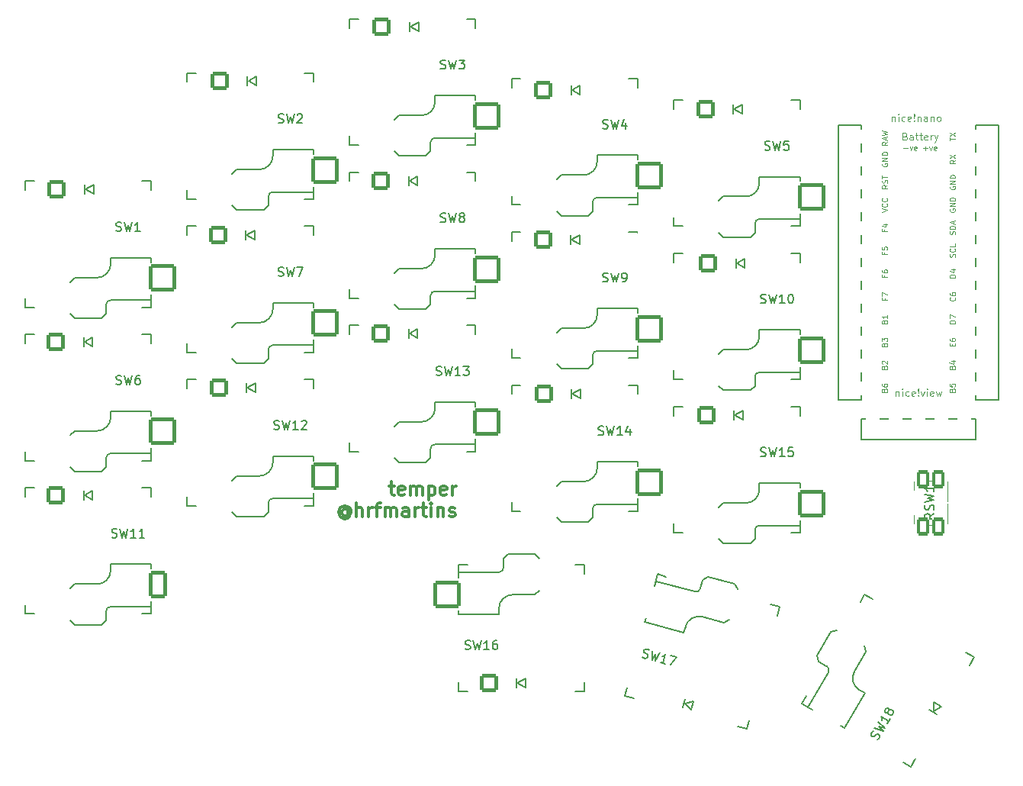
<source format=gto>
G04 #@! TF.GenerationSoftware,KiCad,Pcbnew,8.0.6*
G04 #@! TF.CreationDate,2024-11-01T11:01:02+01:00*
G04 #@! TF.ProjectId,temper,74656d70-6572-42e6-9b69-6361645f7063,1.0*
G04 #@! TF.SameCoordinates,Original*
G04 #@! TF.FileFunction,Legend,Top*
G04 #@! TF.FilePolarity,Positive*
%FSLAX46Y46*%
G04 Gerber Fmt 4.6, Leading zero omitted, Abs format (unit mm)*
G04 Created by KiCad (PCBNEW 8.0.6) date 2024-11-01 11:01:02*
%MOMM*%
%LPD*%
G01*
G04 APERTURE LIST*
G04 Aperture macros list*
%AMRoundRect*
0 Rectangle with rounded corners*
0 $1 Rounding radius*
0 $2 $3 $4 $5 $6 $7 $8 $9 X,Y pos of 4 corners*
0 Add a 4 corners polygon primitive as box body*
4,1,4,$2,$3,$4,$5,$6,$7,$8,$9,$2,$3,0*
0 Add four circle primitives for the rounded corners*
1,1,$1+$1,$2,$3*
1,1,$1+$1,$4,$5*
1,1,$1+$1,$6,$7*
1,1,$1+$1,$8,$9*
0 Add four rect primitives between the rounded corners*
20,1,$1+$1,$2,$3,$4,$5,0*
20,1,$1+$1,$4,$5,$6,$7,0*
20,1,$1+$1,$6,$7,$8,$9,0*
20,1,$1+$1,$8,$9,$2,$3,0*%
%AMFreePoly0*
4,1,22,1.386777,1.480194,1.456366,1.424698,1.494986,1.344504,1.500000,1.300000,1.500000,-1.300000,1.480194,-1.386777,1.424698,-1.456366,1.344504,-1.494986,1.300000,-1.500000,-1.300000,-1.500000,-1.386777,-1.480194,-1.456366,-1.424698,-1.494986,-1.344504,-1.500000,-1.300000,-1.500000,0.000000,-1.480194,0.086777,-1.441421,0.141421,-0.141421,1.441421,-0.066056,1.488777,0.000000,1.500000,
1.300000,1.500000,1.386777,1.480194,1.386777,1.480194,$1*%
%AMFreePoly1*
4,1,22,0.686777,0.580194,0.756366,0.524698,0.794986,0.444504,0.800000,0.400000,0.800000,0.200000,0.780194,0.113223,0.741421,0.058579,0.141421,-0.541421,0.066056,-0.588777,-0.022393,-0.598742,-0.106406,-0.569345,-0.141421,-0.541421,-0.741421,0.058579,-0.788777,0.133944,-0.800000,0.200000,-0.800000,0.400000,-0.780194,0.486777,-0.724698,0.556366,-0.644504,0.594986,-0.600000,0.600000,
0.600000,0.600000,0.686777,0.580194,0.686777,0.580194,$1*%
%AMFreePoly2*
4,1,26,0.706406,1.169345,0.769345,1.106406,0.798742,1.022393,0.800000,1.000000,0.800000,-0.250000,0.780194,-0.336777,0.724698,-0.406366,0.644504,-0.444986,0.600000,-0.450000,-0.600000,-0.450000,-0.686777,-0.430194,-0.756366,-0.374698,-0.794986,-0.294504,-0.800000,-0.250000,-0.800000,1.000000,-0.780194,1.086777,-0.724698,1.156366,-0.644504,1.194986,-0.555496,1.194986,-0.475302,1.156366,
-0.458579,1.141421,0.000000,0.682842,0.458579,1.141421,0.533944,1.188777,0.622393,1.198742,0.706406,1.169345,0.706406,1.169345,$1*%
G04 Aperture macros list end*
%ADD10C,0.100000*%
%ADD11C,0.300000*%
%ADD12C,0.150000*%
%ADD13C,0.080000*%
%ADD14C,0.120000*%
%ADD15RoundRect,0.200000X0.800000X0.800000X-0.800000X0.800000X-0.800000X-0.800000X0.800000X-0.800000X0*%
%ADD16C,2.000000*%
%ADD17RoundRect,0.200000X0.979796X0.565685X-0.565685X0.979796X-0.979796X-0.565685X0.565685X-0.979796X0*%
%ADD18RoundRect,0.200000X-0.292820X1.092820X-1.092820X-0.292820X0.292820X-1.092820X1.092820X0.292820X0*%
%ADD19C,2.101800*%
%ADD20C,1.390600*%
%ADD21C,3.400000*%
%ADD22C,3.829000*%
%ADD23FreePoly0,0.000000*%
%ADD24RoundRect,0.200000X-1.300000X-1.300000X1.300000X-1.300000X1.300000X1.300000X-1.300000X1.300000X0*%
%ADD25RoundRect,0.200000X-0.800000X-1.300000X0.800000X-1.300000X0.800000X1.300000X-0.800000X1.300000X0*%
%ADD26FreePoly0,180.000000*%
%ADD27RoundRect,0.200000X1.300000X1.300000X-1.300000X1.300000X-1.300000X-1.300000X1.300000X-1.300000X0*%
%ADD28FreePoly0,165.000000*%
%ADD29RoundRect,0.200000X1.592168X0.919239X-0.919239X1.592168X-1.592168X-0.919239X0.919239X-1.592168X0*%
%ADD30FreePoly0,240.000000*%
%ADD31RoundRect,0.200000X-0.475833X1.775833X-1.775833X-0.475833X0.475833X-1.775833X1.775833X0.475833X0*%
%ADD32C,4.400000*%
%ADD33C,1.300000*%
%ADD34FreePoly1,90.000000*%
%ADD35FreePoly1,270.000000*%
%ADD36FreePoly2,270.000000*%
%ADD37FreePoly2,90.000000*%
%ADD38C,1.150000*%
%ADD39RoundRect,0.200000X-0.500000X0.775000X-0.500000X-0.775000X0.500000X-0.775000X0.500000X0.775000X0*%
%ADD40FreePoly1,180.000000*%
%ADD41FreePoly2,180.000000*%
G04 APERTURE END LIST*
D10*
X175558763Y-86699561D02*
X175558763Y-87232895D01*
X175558763Y-86775752D02*
X175596858Y-86737657D01*
X175596858Y-86737657D02*
X175673048Y-86699561D01*
X175673048Y-86699561D02*
X175787334Y-86699561D01*
X175787334Y-86699561D02*
X175863525Y-86737657D01*
X175863525Y-86737657D02*
X175901620Y-86813847D01*
X175901620Y-86813847D02*
X175901620Y-87232895D01*
X176282573Y-87232895D02*
X176282573Y-86699561D01*
X176282573Y-86432895D02*
X176244477Y-86470990D01*
X176244477Y-86470990D02*
X176282573Y-86509085D01*
X176282573Y-86509085D02*
X176320668Y-86470990D01*
X176320668Y-86470990D02*
X176282573Y-86432895D01*
X176282573Y-86432895D02*
X176282573Y-86509085D01*
X177006382Y-87194800D02*
X176930191Y-87232895D01*
X176930191Y-87232895D02*
X176777810Y-87232895D01*
X176777810Y-87232895D02*
X176701620Y-87194800D01*
X176701620Y-87194800D02*
X176663525Y-87156704D01*
X176663525Y-87156704D02*
X176625429Y-87080514D01*
X176625429Y-87080514D02*
X176625429Y-86851942D01*
X176625429Y-86851942D02*
X176663525Y-86775752D01*
X176663525Y-86775752D02*
X176701620Y-86737657D01*
X176701620Y-86737657D02*
X176777810Y-86699561D01*
X176777810Y-86699561D02*
X176930191Y-86699561D01*
X176930191Y-86699561D02*
X177006382Y-86737657D01*
X177654001Y-87194800D02*
X177577810Y-87232895D01*
X177577810Y-87232895D02*
X177425429Y-87232895D01*
X177425429Y-87232895D02*
X177349239Y-87194800D01*
X177349239Y-87194800D02*
X177311143Y-87118609D01*
X177311143Y-87118609D02*
X177311143Y-86813847D01*
X177311143Y-86813847D02*
X177349239Y-86737657D01*
X177349239Y-86737657D02*
X177425429Y-86699561D01*
X177425429Y-86699561D02*
X177577810Y-86699561D01*
X177577810Y-86699561D02*
X177654001Y-86737657D01*
X177654001Y-86737657D02*
X177692096Y-86813847D01*
X177692096Y-86813847D02*
X177692096Y-86890038D01*
X177692096Y-86890038D02*
X177311143Y-86966228D01*
X178034953Y-87156704D02*
X178073048Y-87194800D01*
X178073048Y-87194800D02*
X178034953Y-87232895D01*
X178034953Y-87232895D02*
X177996857Y-87194800D01*
X177996857Y-87194800D02*
X178034953Y-87156704D01*
X178034953Y-87156704D02*
X178034953Y-87232895D01*
X178034953Y-86928133D02*
X177996857Y-86470990D01*
X177996857Y-86470990D02*
X178034953Y-86432895D01*
X178034953Y-86432895D02*
X178073048Y-86470990D01*
X178073048Y-86470990D02*
X178034953Y-86928133D01*
X178034953Y-86928133D02*
X178034953Y-86432895D01*
X178339714Y-86699561D02*
X178530190Y-87232895D01*
X178530190Y-87232895D02*
X178720667Y-86699561D01*
X179025429Y-87232895D02*
X179025429Y-86699561D01*
X179025429Y-86432895D02*
X178987333Y-86470990D01*
X178987333Y-86470990D02*
X179025429Y-86509085D01*
X179025429Y-86509085D02*
X179063524Y-86470990D01*
X179063524Y-86470990D02*
X179025429Y-86432895D01*
X179025429Y-86432895D02*
X179025429Y-86509085D01*
X179711143Y-87194800D02*
X179634952Y-87232895D01*
X179634952Y-87232895D02*
X179482571Y-87232895D01*
X179482571Y-87232895D02*
X179406381Y-87194800D01*
X179406381Y-87194800D02*
X179368285Y-87118609D01*
X179368285Y-87118609D02*
X179368285Y-86813847D01*
X179368285Y-86813847D02*
X179406381Y-86737657D01*
X179406381Y-86737657D02*
X179482571Y-86699561D01*
X179482571Y-86699561D02*
X179634952Y-86699561D01*
X179634952Y-86699561D02*
X179711143Y-86737657D01*
X179711143Y-86737657D02*
X179749238Y-86813847D01*
X179749238Y-86813847D02*
X179749238Y-86890038D01*
X179749238Y-86890038D02*
X179368285Y-86966228D01*
X180015904Y-86699561D02*
X180168285Y-87232895D01*
X180168285Y-87232895D02*
X180320666Y-86851942D01*
X180320666Y-86851942D02*
X180473047Y-87232895D01*
X180473047Y-87232895D02*
X180625428Y-86699561D01*
X175114285Y-56219561D02*
X175114285Y-56752895D01*
X175114285Y-56295752D02*
X175152380Y-56257657D01*
X175152380Y-56257657D02*
X175228570Y-56219561D01*
X175228570Y-56219561D02*
X175342856Y-56219561D01*
X175342856Y-56219561D02*
X175419047Y-56257657D01*
X175419047Y-56257657D02*
X175457142Y-56333847D01*
X175457142Y-56333847D02*
X175457142Y-56752895D01*
X175838095Y-56752895D02*
X175838095Y-56219561D01*
X175838095Y-55952895D02*
X175799999Y-55990990D01*
X175799999Y-55990990D02*
X175838095Y-56029085D01*
X175838095Y-56029085D02*
X175876190Y-55990990D01*
X175876190Y-55990990D02*
X175838095Y-55952895D01*
X175838095Y-55952895D02*
X175838095Y-56029085D01*
X176561904Y-56714800D02*
X176485713Y-56752895D01*
X176485713Y-56752895D02*
X176333332Y-56752895D01*
X176333332Y-56752895D02*
X176257142Y-56714800D01*
X176257142Y-56714800D02*
X176219047Y-56676704D01*
X176219047Y-56676704D02*
X176180951Y-56600514D01*
X176180951Y-56600514D02*
X176180951Y-56371942D01*
X176180951Y-56371942D02*
X176219047Y-56295752D01*
X176219047Y-56295752D02*
X176257142Y-56257657D01*
X176257142Y-56257657D02*
X176333332Y-56219561D01*
X176333332Y-56219561D02*
X176485713Y-56219561D01*
X176485713Y-56219561D02*
X176561904Y-56257657D01*
X177209523Y-56714800D02*
X177133332Y-56752895D01*
X177133332Y-56752895D02*
X176980951Y-56752895D01*
X176980951Y-56752895D02*
X176904761Y-56714800D01*
X176904761Y-56714800D02*
X176866665Y-56638609D01*
X176866665Y-56638609D02*
X176866665Y-56333847D01*
X176866665Y-56333847D02*
X176904761Y-56257657D01*
X176904761Y-56257657D02*
X176980951Y-56219561D01*
X176980951Y-56219561D02*
X177133332Y-56219561D01*
X177133332Y-56219561D02*
X177209523Y-56257657D01*
X177209523Y-56257657D02*
X177247618Y-56333847D01*
X177247618Y-56333847D02*
X177247618Y-56410038D01*
X177247618Y-56410038D02*
X176866665Y-56486228D01*
X177590475Y-56676704D02*
X177628570Y-56714800D01*
X177628570Y-56714800D02*
X177590475Y-56752895D01*
X177590475Y-56752895D02*
X177552379Y-56714800D01*
X177552379Y-56714800D02*
X177590475Y-56676704D01*
X177590475Y-56676704D02*
X177590475Y-56752895D01*
X177590475Y-56448133D02*
X177552379Y-55990990D01*
X177552379Y-55990990D02*
X177590475Y-55952895D01*
X177590475Y-55952895D02*
X177628570Y-55990990D01*
X177628570Y-55990990D02*
X177590475Y-56448133D01*
X177590475Y-56448133D02*
X177590475Y-55952895D01*
X177971427Y-56219561D02*
X177971427Y-56752895D01*
X177971427Y-56295752D02*
X178009522Y-56257657D01*
X178009522Y-56257657D02*
X178085712Y-56219561D01*
X178085712Y-56219561D02*
X178199998Y-56219561D01*
X178199998Y-56219561D02*
X178276189Y-56257657D01*
X178276189Y-56257657D02*
X178314284Y-56333847D01*
X178314284Y-56333847D02*
X178314284Y-56752895D01*
X179038094Y-56752895D02*
X179038094Y-56333847D01*
X179038094Y-56333847D02*
X178999999Y-56257657D01*
X178999999Y-56257657D02*
X178923808Y-56219561D01*
X178923808Y-56219561D02*
X178771427Y-56219561D01*
X178771427Y-56219561D02*
X178695237Y-56257657D01*
X179038094Y-56714800D02*
X178961903Y-56752895D01*
X178961903Y-56752895D02*
X178771427Y-56752895D01*
X178771427Y-56752895D02*
X178695237Y-56714800D01*
X178695237Y-56714800D02*
X178657141Y-56638609D01*
X178657141Y-56638609D02*
X178657141Y-56562419D01*
X178657141Y-56562419D02*
X178695237Y-56486228D01*
X178695237Y-56486228D02*
X178771427Y-56448133D01*
X178771427Y-56448133D02*
X178961903Y-56448133D01*
X178961903Y-56448133D02*
X179038094Y-56410038D01*
X179419047Y-56219561D02*
X179419047Y-56752895D01*
X179419047Y-56295752D02*
X179457142Y-56257657D01*
X179457142Y-56257657D02*
X179533332Y-56219561D01*
X179533332Y-56219561D02*
X179647618Y-56219561D01*
X179647618Y-56219561D02*
X179723809Y-56257657D01*
X179723809Y-56257657D02*
X179761904Y-56333847D01*
X179761904Y-56333847D02*
X179761904Y-56752895D01*
X180257142Y-56752895D02*
X180180952Y-56714800D01*
X180180952Y-56714800D02*
X180142857Y-56676704D01*
X180142857Y-56676704D02*
X180104761Y-56600514D01*
X180104761Y-56600514D02*
X180104761Y-56371942D01*
X180104761Y-56371942D02*
X180142857Y-56295752D01*
X180142857Y-56295752D02*
X180180952Y-56257657D01*
X180180952Y-56257657D02*
X180257142Y-56219561D01*
X180257142Y-56219561D02*
X180371428Y-56219561D01*
X180371428Y-56219561D02*
X180447619Y-56257657D01*
X180447619Y-56257657D02*
X180485714Y-56295752D01*
X180485714Y-56295752D02*
X180523809Y-56371942D01*
X180523809Y-56371942D02*
X180523809Y-56600514D01*
X180523809Y-56600514D02*
X180485714Y-56676704D01*
X180485714Y-56676704D02*
X180447619Y-56714800D01*
X180447619Y-56714800D02*
X180371428Y-56752895D01*
X180371428Y-56752895D02*
X180257142Y-56752895D01*
D11*
X119351204Y-97220870D02*
X119922632Y-97220870D01*
X119565489Y-96720870D02*
X119565489Y-98006584D01*
X119565489Y-98006584D02*
X119636918Y-98149442D01*
X119636918Y-98149442D02*
X119779775Y-98220870D01*
X119779775Y-98220870D02*
X119922632Y-98220870D01*
X120994061Y-98149442D02*
X120851204Y-98220870D01*
X120851204Y-98220870D02*
X120565490Y-98220870D01*
X120565490Y-98220870D02*
X120422632Y-98149442D01*
X120422632Y-98149442D02*
X120351204Y-98006584D01*
X120351204Y-98006584D02*
X120351204Y-97435156D01*
X120351204Y-97435156D02*
X120422632Y-97292299D01*
X120422632Y-97292299D02*
X120565490Y-97220870D01*
X120565490Y-97220870D02*
X120851204Y-97220870D01*
X120851204Y-97220870D02*
X120994061Y-97292299D01*
X120994061Y-97292299D02*
X121065490Y-97435156D01*
X121065490Y-97435156D02*
X121065490Y-97578013D01*
X121065490Y-97578013D02*
X120351204Y-97720870D01*
X121708346Y-98220870D02*
X121708346Y-97220870D01*
X121708346Y-97363727D02*
X121779775Y-97292299D01*
X121779775Y-97292299D02*
X121922632Y-97220870D01*
X121922632Y-97220870D02*
X122136918Y-97220870D01*
X122136918Y-97220870D02*
X122279775Y-97292299D01*
X122279775Y-97292299D02*
X122351204Y-97435156D01*
X122351204Y-97435156D02*
X122351204Y-98220870D01*
X122351204Y-97435156D02*
X122422632Y-97292299D01*
X122422632Y-97292299D02*
X122565489Y-97220870D01*
X122565489Y-97220870D02*
X122779775Y-97220870D01*
X122779775Y-97220870D02*
X122922632Y-97292299D01*
X122922632Y-97292299D02*
X122994061Y-97435156D01*
X122994061Y-97435156D02*
X122994061Y-98220870D01*
X123708346Y-97220870D02*
X123708346Y-98720870D01*
X123708346Y-97292299D02*
X123851204Y-97220870D01*
X123851204Y-97220870D02*
X124136918Y-97220870D01*
X124136918Y-97220870D02*
X124279775Y-97292299D01*
X124279775Y-97292299D02*
X124351204Y-97363727D01*
X124351204Y-97363727D02*
X124422632Y-97506584D01*
X124422632Y-97506584D02*
X124422632Y-97935156D01*
X124422632Y-97935156D02*
X124351204Y-98078013D01*
X124351204Y-98078013D02*
X124279775Y-98149442D01*
X124279775Y-98149442D02*
X124136918Y-98220870D01*
X124136918Y-98220870D02*
X123851204Y-98220870D01*
X123851204Y-98220870D02*
X123708346Y-98149442D01*
X125636918Y-98149442D02*
X125494061Y-98220870D01*
X125494061Y-98220870D02*
X125208347Y-98220870D01*
X125208347Y-98220870D02*
X125065489Y-98149442D01*
X125065489Y-98149442D02*
X124994061Y-98006584D01*
X124994061Y-98006584D02*
X124994061Y-97435156D01*
X124994061Y-97435156D02*
X125065489Y-97292299D01*
X125065489Y-97292299D02*
X125208347Y-97220870D01*
X125208347Y-97220870D02*
X125494061Y-97220870D01*
X125494061Y-97220870D02*
X125636918Y-97292299D01*
X125636918Y-97292299D02*
X125708347Y-97435156D01*
X125708347Y-97435156D02*
X125708347Y-97578013D01*
X125708347Y-97578013D02*
X124994061Y-97720870D01*
X126351203Y-98220870D02*
X126351203Y-97220870D01*
X126351203Y-97506584D02*
X126422632Y-97363727D01*
X126422632Y-97363727D02*
X126494061Y-97292299D01*
X126494061Y-97292299D02*
X126636918Y-97220870D01*
X126636918Y-97220870D02*
X126779775Y-97220870D01*
X114708346Y-99921500D02*
X114636917Y-99850072D01*
X114636917Y-99850072D02*
X114494060Y-99778643D01*
X114494060Y-99778643D02*
X114351203Y-99778643D01*
X114351203Y-99778643D02*
X114208346Y-99850072D01*
X114208346Y-99850072D02*
X114136917Y-99921500D01*
X114136917Y-99921500D02*
X114065489Y-100064358D01*
X114065489Y-100064358D02*
X114065489Y-100207215D01*
X114065489Y-100207215D02*
X114136917Y-100350072D01*
X114136917Y-100350072D02*
X114208346Y-100421500D01*
X114208346Y-100421500D02*
X114351203Y-100492929D01*
X114351203Y-100492929D02*
X114494060Y-100492929D01*
X114494060Y-100492929D02*
X114636917Y-100421500D01*
X114636917Y-100421500D02*
X114708346Y-100350072D01*
X114708346Y-99778643D02*
X114708346Y-100350072D01*
X114708346Y-100350072D02*
X114779774Y-100421500D01*
X114779774Y-100421500D02*
X114851203Y-100421500D01*
X114851203Y-100421500D02*
X114994060Y-100350072D01*
X114994060Y-100350072D02*
X115065489Y-100207215D01*
X115065489Y-100207215D02*
X115065489Y-99850072D01*
X115065489Y-99850072D02*
X114922632Y-99635786D01*
X114922632Y-99635786D02*
X114708346Y-99492929D01*
X114708346Y-99492929D02*
X114422632Y-99421500D01*
X114422632Y-99421500D02*
X114136917Y-99492929D01*
X114136917Y-99492929D02*
X113922632Y-99635786D01*
X113922632Y-99635786D02*
X113779774Y-99850072D01*
X113779774Y-99850072D02*
X113708346Y-100135786D01*
X113708346Y-100135786D02*
X113779774Y-100421500D01*
X113779774Y-100421500D02*
X113922632Y-100635786D01*
X113922632Y-100635786D02*
X114136917Y-100778643D01*
X114136917Y-100778643D02*
X114422632Y-100850072D01*
X114422632Y-100850072D02*
X114708346Y-100778643D01*
X114708346Y-100778643D02*
X114922632Y-100635786D01*
X115708345Y-100635786D02*
X115708345Y-99135786D01*
X116351203Y-100635786D02*
X116351203Y-99850072D01*
X116351203Y-99850072D02*
X116279774Y-99707215D01*
X116279774Y-99707215D02*
X116136917Y-99635786D01*
X116136917Y-99635786D02*
X115922631Y-99635786D01*
X115922631Y-99635786D02*
X115779774Y-99707215D01*
X115779774Y-99707215D02*
X115708345Y-99778643D01*
X117065488Y-100635786D02*
X117065488Y-99635786D01*
X117065488Y-99921500D02*
X117136917Y-99778643D01*
X117136917Y-99778643D02*
X117208346Y-99707215D01*
X117208346Y-99707215D02*
X117351203Y-99635786D01*
X117351203Y-99635786D02*
X117494060Y-99635786D01*
X117779774Y-99635786D02*
X118351202Y-99635786D01*
X117994059Y-100635786D02*
X117994059Y-99350072D01*
X117994059Y-99350072D02*
X118065488Y-99207215D01*
X118065488Y-99207215D02*
X118208345Y-99135786D01*
X118208345Y-99135786D02*
X118351202Y-99135786D01*
X118851202Y-100635786D02*
X118851202Y-99635786D01*
X118851202Y-99778643D02*
X118922631Y-99707215D01*
X118922631Y-99707215D02*
X119065488Y-99635786D01*
X119065488Y-99635786D02*
X119279774Y-99635786D01*
X119279774Y-99635786D02*
X119422631Y-99707215D01*
X119422631Y-99707215D02*
X119494060Y-99850072D01*
X119494060Y-99850072D02*
X119494060Y-100635786D01*
X119494060Y-99850072D02*
X119565488Y-99707215D01*
X119565488Y-99707215D02*
X119708345Y-99635786D01*
X119708345Y-99635786D02*
X119922631Y-99635786D01*
X119922631Y-99635786D02*
X120065488Y-99707215D01*
X120065488Y-99707215D02*
X120136917Y-99850072D01*
X120136917Y-99850072D02*
X120136917Y-100635786D01*
X121494060Y-100635786D02*
X121494060Y-99850072D01*
X121494060Y-99850072D02*
X121422631Y-99707215D01*
X121422631Y-99707215D02*
X121279774Y-99635786D01*
X121279774Y-99635786D02*
X120994060Y-99635786D01*
X120994060Y-99635786D02*
X120851202Y-99707215D01*
X121494060Y-100564358D02*
X121351202Y-100635786D01*
X121351202Y-100635786D02*
X120994060Y-100635786D01*
X120994060Y-100635786D02*
X120851202Y-100564358D01*
X120851202Y-100564358D02*
X120779774Y-100421500D01*
X120779774Y-100421500D02*
X120779774Y-100278643D01*
X120779774Y-100278643D02*
X120851202Y-100135786D01*
X120851202Y-100135786D02*
X120994060Y-100064358D01*
X120994060Y-100064358D02*
X121351202Y-100064358D01*
X121351202Y-100064358D02*
X121494060Y-99992929D01*
X122208345Y-100635786D02*
X122208345Y-99635786D01*
X122208345Y-99921500D02*
X122279774Y-99778643D01*
X122279774Y-99778643D02*
X122351203Y-99707215D01*
X122351203Y-99707215D02*
X122494060Y-99635786D01*
X122494060Y-99635786D02*
X122636917Y-99635786D01*
X122922631Y-99635786D02*
X123494059Y-99635786D01*
X123136916Y-99135786D02*
X123136916Y-100421500D01*
X123136916Y-100421500D02*
X123208345Y-100564358D01*
X123208345Y-100564358D02*
X123351202Y-100635786D01*
X123351202Y-100635786D02*
X123494059Y-100635786D01*
X123994059Y-100635786D02*
X123994059Y-99635786D01*
X123994059Y-99135786D02*
X123922631Y-99207215D01*
X123922631Y-99207215D02*
X123994059Y-99278643D01*
X123994059Y-99278643D02*
X124065488Y-99207215D01*
X124065488Y-99207215D02*
X123994059Y-99135786D01*
X123994059Y-99135786D02*
X123994059Y-99278643D01*
X124708345Y-99635786D02*
X124708345Y-100635786D01*
X124708345Y-99778643D02*
X124779774Y-99707215D01*
X124779774Y-99707215D02*
X124922631Y-99635786D01*
X124922631Y-99635786D02*
X125136917Y-99635786D01*
X125136917Y-99635786D02*
X125279774Y-99707215D01*
X125279774Y-99707215D02*
X125351203Y-99850072D01*
X125351203Y-99850072D02*
X125351203Y-100635786D01*
X125994060Y-100564358D02*
X126136917Y-100635786D01*
X126136917Y-100635786D02*
X126422631Y-100635786D01*
X126422631Y-100635786D02*
X126565488Y-100564358D01*
X126565488Y-100564358D02*
X126636917Y-100421500D01*
X126636917Y-100421500D02*
X126636917Y-100350072D01*
X126636917Y-100350072D02*
X126565488Y-100207215D01*
X126565488Y-100207215D02*
X126422631Y-100135786D01*
X126422631Y-100135786D02*
X126208346Y-100135786D01*
X126208346Y-100135786D02*
X126065488Y-100064358D01*
X126065488Y-100064358D02*
X125994060Y-99921500D01*
X125994060Y-99921500D02*
X125994060Y-99850072D01*
X125994060Y-99850072D02*
X126065488Y-99707215D01*
X126065488Y-99707215D02*
X126208346Y-99635786D01*
X126208346Y-99635786D02*
X126422631Y-99635786D01*
X126422631Y-99635786D02*
X126565488Y-99707215D01*
D12*
X89021667Y-68902200D02*
X89164524Y-68949819D01*
X89164524Y-68949819D02*
X89402619Y-68949819D01*
X89402619Y-68949819D02*
X89497857Y-68902200D01*
X89497857Y-68902200D02*
X89545476Y-68854580D01*
X89545476Y-68854580D02*
X89593095Y-68759342D01*
X89593095Y-68759342D02*
X89593095Y-68664104D01*
X89593095Y-68664104D02*
X89545476Y-68568866D01*
X89545476Y-68568866D02*
X89497857Y-68521247D01*
X89497857Y-68521247D02*
X89402619Y-68473628D01*
X89402619Y-68473628D02*
X89212143Y-68426009D01*
X89212143Y-68426009D02*
X89116905Y-68378390D01*
X89116905Y-68378390D02*
X89069286Y-68330771D01*
X89069286Y-68330771D02*
X89021667Y-68235533D01*
X89021667Y-68235533D02*
X89021667Y-68140295D01*
X89021667Y-68140295D02*
X89069286Y-68045057D01*
X89069286Y-68045057D02*
X89116905Y-67997438D01*
X89116905Y-67997438D02*
X89212143Y-67949819D01*
X89212143Y-67949819D02*
X89450238Y-67949819D01*
X89450238Y-67949819D02*
X89593095Y-67997438D01*
X89926429Y-67949819D02*
X90164524Y-68949819D01*
X90164524Y-68949819D02*
X90355000Y-68235533D01*
X90355000Y-68235533D02*
X90545476Y-68949819D01*
X90545476Y-68949819D02*
X90783572Y-67949819D01*
X91688333Y-68949819D02*
X91116905Y-68949819D01*
X91402619Y-68949819D02*
X91402619Y-67949819D01*
X91402619Y-67949819D02*
X91307381Y-68092676D01*
X91307381Y-68092676D02*
X91212143Y-68187914D01*
X91212143Y-68187914D02*
X91116905Y-68235533D01*
X107021667Y-56902200D02*
X107164524Y-56949819D01*
X107164524Y-56949819D02*
X107402619Y-56949819D01*
X107402619Y-56949819D02*
X107497857Y-56902200D01*
X107497857Y-56902200D02*
X107545476Y-56854580D01*
X107545476Y-56854580D02*
X107593095Y-56759342D01*
X107593095Y-56759342D02*
X107593095Y-56664104D01*
X107593095Y-56664104D02*
X107545476Y-56568866D01*
X107545476Y-56568866D02*
X107497857Y-56521247D01*
X107497857Y-56521247D02*
X107402619Y-56473628D01*
X107402619Y-56473628D02*
X107212143Y-56426009D01*
X107212143Y-56426009D02*
X107116905Y-56378390D01*
X107116905Y-56378390D02*
X107069286Y-56330771D01*
X107069286Y-56330771D02*
X107021667Y-56235533D01*
X107021667Y-56235533D02*
X107021667Y-56140295D01*
X107021667Y-56140295D02*
X107069286Y-56045057D01*
X107069286Y-56045057D02*
X107116905Y-55997438D01*
X107116905Y-55997438D02*
X107212143Y-55949819D01*
X107212143Y-55949819D02*
X107450238Y-55949819D01*
X107450238Y-55949819D02*
X107593095Y-55997438D01*
X107926429Y-55949819D02*
X108164524Y-56949819D01*
X108164524Y-56949819D02*
X108355000Y-56235533D01*
X108355000Y-56235533D02*
X108545476Y-56949819D01*
X108545476Y-56949819D02*
X108783572Y-55949819D01*
X109116905Y-56045057D02*
X109164524Y-55997438D01*
X109164524Y-55997438D02*
X109259762Y-55949819D01*
X109259762Y-55949819D02*
X109497857Y-55949819D01*
X109497857Y-55949819D02*
X109593095Y-55997438D01*
X109593095Y-55997438D02*
X109640714Y-56045057D01*
X109640714Y-56045057D02*
X109688333Y-56140295D01*
X109688333Y-56140295D02*
X109688333Y-56235533D01*
X109688333Y-56235533D02*
X109640714Y-56378390D01*
X109640714Y-56378390D02*
X109069286Y-56949819D01*
X109069286Y-56949819D02*
X109688333Y-56949819D01*
X125021667Y-50902200D02*
X125164524Y-50949819D01*
X125164524Y-50949819D02*
X125402619Y-50949819D01*
X125402619Y-50949819D02*
X125497857Y-50902200D01*
X125497857Y-50902200D02*
X125545476Y-50854580D01*
X125545476Y-50854580D02*
X125593095Y-50759342D01*
X125593095Y-50759342D02*
X125593095Y-50664104D01*
X125593095Y-50664104D02*
X125545476Y-50568866D01*
X125545476Y-50568866D02*
X125497857Y-50521247D01*
X125497857Y-50521247D02*
X125402619Y-50473628D01*
X125402619Y-50473628D02*
X125212143Y-50426009D01*
X125212143Y-50426009D02*
X125116905Y-50378390D01*
X125116905Y-50378390D02*
X125069286Y-50330771D01*
X125069286Y-50330771D02*
X125021667Y-50235533D01*
X125021667Y-50235533D02*
X125021667Y-50140295D01*
X125021667Y-50140295D02*
X125069286Y-50045057D01*
X125069286Y-50045057D02*
X125116905Y-49997438D01*
X125116905Y-49997438D02*
X125212143Y-49949819D01*
X125212143Y-49949819D02*
X125450238Y-49949819D01*
X125450238Y-49949819D02*
X125593095Y-49997438D01*
X125926429Y-49949819D02*
X126164524Y-50949819D01*
X126164524Y-50949819D02*
X126355000Y-50235533D01*
X126355000Y-50235533D02*
X126545476Y-50949819D01*
X126545476Y-50949819D02*
X126783572Y-49949819D01*
X127069286Y-49949819D02*
X127688333Y-49949819D01*
X127688333Y-49949819D02*
X127355000Y-50330771D01*
X127355000Y-50330771D02*
X127497857Y-50330771D01*
X127497857Y-50330771D02*
X127593095Y-50378390D01*
X127593095Y-50378390D02*
X127640714Y-50426009D01*
X127640714Y-50426009D02*
X127688333Y-50521247D01*
X127688333Y-50521247D02*
X127688333Y-50759342D01*
X127688333Y-50759342D02*
X127640714Y-50854580D01*
X127640714Y-50854580D02*
X127593095Y-50902200D01*
X127593095Y-50902200D02*
X127497857Y-50949819D01*
X127497857Y-50949819D02*
X127212143Y-50949819D01*
X127212143Y-50949819D02*
X127116905Y-50902200D01*
X127116905Y-50902200D02*
X127069286Y-50854580D01*
X143021667Y-57522200D02*
X143164524Y-57569819D01*
X143164524Y-57569819D02*
X143402619Y-57569819D01*
X143402619Y-57569819D02*
X143497857Y-57522200D01*
X143497857Y-57522200D02*
X143545476Y-57474580D01*
X143545476Y-57474580D02*
X143593095Y-57379342D01*
X143593095Y-57379342D02*
X143593095Y-57284104D01*
X143593095Y-57284104D02*
X143545476Y-57188866D01*
X143545476Y-57188866D02*
X143497857Y-57141247D01*
X143497857Y-57141247D02*
X143402619Y-57093628D01*
X143402619Y-57093628D02*
X143212143Y-57046009D01*
X143212143Y-57046009D02*
X143116905Y-56998390D01*
X143116905Y-56998390D02*
X143069286Y-56950771D01*
X143069286Y-56950771D02*
X143021667Y-56855533D01*
X143021667Y-56855533D02*
X143021667Y-56760295D01*
X143021667Y-56760295D02*
X143069286Y-56665057D01*
X143069286Y-56665057D02*
X143116905Y-56617438D01*
X143116905Y-56617438D02*
X143212143Y-56569819D01*
X143212143Y-56569819D02*
X143450238Y-56569819D01*
X143450238Y-56569819D02*
X143593095Y-56617438D01*
X143926429Y-56569819D02*
X144164524Y-57569819D01*
X144164524Y-57569819D02*
X144355000Y-56855533D01*
X144355000Y-56855533D02*
X144545476Y-57569819D01*
X144545476Y-57569819D02*
X144783572Y-56569819D01*
X145593095Y-56903152D02*
X145593095Y-57569819D01*
X145355000Y-56522200D02*
X145116905Y-57236485D01*
X145116905Y-57236485D02*
X145735952Y-57236485D01*
X161021667Y-59902200D02*
X161164524Y-59949819D01*
X161164524Y-59949819D02*
X161402619Y-59949819D01*
X161402619Y-59949819D02*
X161497857Y-59902200D01*
X161497857Y-59902200D02*
X161545476Y-59854580D01*
X161545476Y-59854580D02*
X161593095Y-59759342D01*
X161593095Y-59759342D02*
X161593095Y-59664104D01*
X161593095Y-59664104D02*
X161545476Y-59568866D01*
X161545476Y-59568866D02*
X161497857Y-59521247D01*
X161497857Y-59521247D02*
X161402619Y-59473628D01*
X161402619Y-59473628D02*
X161212143Y-59426009D01*
X161212143Y-59426009D02*
X161116905Y-59378390D01*
X161116905Y-59378390D02*
X161069286Y-59330771D01*
X161069286Y-59330771D02*
X161021667Y-59235533D01*
X161021667Y-59235533D02*
X161021667Y-59140295D01*
X161021667Y-59140295D02*
X161069286Y-59045057D01*
X161069286Y-59045057D02*
X161116905Y-58997438D01*
X161116905Y-58997438D02*
X161212143Y-58949819D01*
X161212143Y-58949819D02*
X161450238Y-58949819D01*
X161450238Y-58949819D02*
X161593095Y-58997438D01*
X161926429Y-58949819D02*
X162164524Y-59949819D01*
X162164524Y-59949819D02*
X162355000Y-59235533D01*
X162355000Y-59235533D02*
X162545476Y-59949819D01*
X162545476Y-59949819D02*
X162783572Y-58949819D01*
X163640714Y-58949819D02*
X163164524Y-58949819D01*
X163164524Y-58949819D02*
X163116905Y-59426009D01*
X163116905Y-59426009D02*
X163164524Y-59378390D01*
X163164524Y-59378390D02*
X163259762Y-59330771D01*
X163259762Y-59330771D02*
X163497857Y-59330771D01*
X163497857Y-59330771D02*
X163593095Y-59378390D01*
X163593095Y-59378390D02*
X163640714Y-59426009D01*
X163640714Y-59426009D02*
X163688333Y-59521247D01*
X163688333Y-59521247D02*
X163688333Y-59759342D01*
X163688333Y-59759342D02*
X163640714Y-59854580D01*
X163640714Y-59854580D02*
X163593095Y-59902200D01*
X163593095Y-59902200D02*
X163497857Y-59949819D01*
X163497857Y-59949819D02*
X163259762Y-59949819D01*
X163259762Y-59949819D02*
X163164524Y-59902200D01*
X163164524Y-59902200D02*
X163116905Y-59854580D01*
X89021667Y-85902200D02*
X89164524Y-85949819D01*
X89164524Y-85949819D02*
X89402619Y-85949819D01*
X89402619Y-85949819D02*
X89497857Y-85902200D01*
X89497857Y-85902200D02*
X89545476Y-85854580D01*
X89545476Y-85854580D02*
X89593095Y-85759342D01*
X89593095Y-85759342D02*
X89593095Y-85664104D01*
X89593095Y-85664104D02*
X89545476Y-85568866D01*
X89545476Y-85568866D02*
X89497857Y-85521247D01*
X89497857Y-85521247D02*
X89402619Y-85473628D01*
X89402619Y-85473628D02*
X89212143Y-85426009D01*
X89212143Y-85426009D02*
X89116905Y-85378390D01*
X89116905Y-85378390D02*
X89069286Y-85330771D01*
X89069286Y-85330771D02*
X89021667Y-85235533D01*
X89021667Y-85235533D02*
X89021667Y-85140295D01*
X89021667Y-85140295D02*
X89069286Y-85045057D01*
X89069286Y-85045057D02*
X89116905Y-84997438D01*
X89116905Y-84997438D02*
X89212143Y-84949819D01*
X89212143Y-84949819D02*
X89450238Y-84949819D01*
X89450238Y-84949819D02*
X89593095Y-84997438D01*
X89926429Y-84949819D02*
X90164524Y-85949819D01*
X90164524Y-85949819D02*
X90355000Y-85235533D01*
X90355000Y-85235533D02*
X90545476Y-85949819D01*
X90545476Y-85949819D02*
X90783572Y-84949819D01*
X91593095Y-84949819D02*
X91402619Y-84949819D01*
X91402619Y-84949819D02*
X91307381Y-84997438D01*
X91307381Y-84997438D02*
X91259762Y-85045057D01*
X91259762Y-85045057D02*
X91164524Y-85187914D01*
X91164524Y-85187914D02*
X91116905Y-85378390D01*
X91116905Y-85378390D02*
X91116905Y-85759342D01*
X91116905Y-85759342D02*
X91164524Y-85854580D01*
X91164524Y-85854580D02*
X91212143Y-85902200D01*
X91212143Y-85902200D02*
X91307381Y-85949819D01*
X91307381Y-85949819D02*
X91497857Y-85949819D01*
X91497857Y-85949819D02*
X91593095Y-85902200D01*
X91593095Y-85902200D02*
X91640714Y-85854580D01*
X91640714Y-85854580D02*
X91688333Y-85759342D01*
X91688333Y-85759342D02*
X91688333Y-85521247D01*
X91688333Y-85521247D02*
X91640714Y-85426009D01*
X91640714Y-85426009D02*
X91593095Y-85378390D01*
X91593095Y-85378390D02*
X91497857Y-85330771D01*
X91497857Y-85330771D02*
X91307381Y-85330771D01*
X91307381Y-85330771D02*
X91212143Y-85378390D01*
X91212143Y-85378390D02*
X91164524Y-85426009D01*
X91164524Y-85426009D02*
X91116905Y-85521247D01*
X107021667Y-73902200D02*
X107164524Y-73949819D01*
X107164524Y-73949819D02*
X107402619Y-73949819D01*
X107402619Y-73949819D02*
X107497857Y-73902200D01*
X107497857Y-73902200D02*
X107545476Y-73854580D01*
X107545476Y-73854580D02*
X107593095Y-73759342D01*
X107593095Y-73759342D02*
X107593095Y-73664104D01*
X107593095Y-73664104D02*
X107545476Y-73568866D01*
X107545476Y-73568866D02*
X107497857Y-73521247D01*
X107497857Y-73521247D02*
X107402619Y-73473628D01*
X107402619Y-73473628D02*
X107212143Y-73426009D01*
X107212143Y-73426009D02*
X107116905Y-73378390D01*
X107116905Y-73378390D02*
X107069286Y-73330771D01*
X107069286Y-73330771D02*
X107021667Y-73235533D01*
X107021667Y-73235533D02*
X107021667Y-73140295D01*
X107021667Y-73140295D02*
X107069286Y-73045057D01*
X107069286Y-73045057D02*
X107116905Y-72997438D01*
X107116905Y-72997438D02*
X107212143Y-72949819D01*
X107212143Y-72949819D02*
X107450238Y-72949819D01*
X107450238Y-72949819D02*
X107593095Y-72997438D01*
X107926429Y-72949819D02*
X108164524Y-73949819D01*
X108164524Y-73949819D02*
X108355000Y-73235533D01*
X108355000Y-73235533D02*
X108545476Y-73949819D01*
X108545476Y-73949819D02*
X108783572Y-72949819D01*
X109069286Y-72949819D02*
X109735952Y-72949819D01*
X109735952Y-72949819D02*
X109307381Y-73949819D01*
X125021667Y-67902200D02*
X125164524Y-67949819D01*
X125164524Y-67949819D02*
X125402619Y-67949819D01*
X125402619Y-67949819D02*
X125497857Y-67902200D01*
X125497857Y-67902200D02*
X125545476Y-67854580D01*
X125545476Y-67854580D02*
X125593095Y-67759342D01*
X125593095Y-67759342D02*
X125593095Y-67664104D01*
X125593095Y-67664104D02*
X125545476Y-67568866D01*
X125545476Y-67568866D02*
X125497857Y-67521247D01*
X125497857Y-67521247D02*
X125402619Y-67473628D01*
X125402619Y-67473628D02*
X125212143Y-67426009D01*
X125212143Y-67426009D02*
X125116905Y-67378390D01*
X125116905Y-67378390D02*
X125069286Y-67330771D01*
X125069286Y-67330771D02*
X125021667Y-67235533D01*
X125021667Y-67235533D02*
X125021667Y-67140295D01*
X125021667Y-67140295D02*
X125069286Y-67045057D01*
X125069286Y-67045057D02*
X125116905Y-66997438D01*
X125116905Y-66997438D02*
X125212143Y-66949819D01*
X125212143Y-66949819D02*
X125450238Y-66949819D01*
X125450238Y-66949819D02*
X125593095Y-66997438D01*
X125926429Y-66949819D02*
X126164524Y-67949819D01*
X126164524Y-67949819D02*
X126355000Y-67235533D01*
X126355000Y-67235533D02*
X126545476Y-67949819D01*
X126545476Y-67949819D02*
X126783572Y-66949819D01*
X127307381Y-67378390D02*
X127212143Y-67330771D01*
X127212143Y-67330771D02*
X127164524Y-67283152D01*
X127164524Y-67283152D02*
X127116905Y-67187914D01*
X127116905Y-67187914D02*
X127116905Y-67140295D01*
X127116905Y-67140295D02*
X127164524Y-67045057D01*
X127164524Y-67045057D02*
X127212143Y-66997438D01*
X127212143Y-66997438D02*
X127307381Y-66949819D01*
X127307381Y-66949819D02*
X127497857Y-66949819D01*
X127497857Y-66949819D02*
X127593095Y-66997438D01*
X127593095Y-66997438D02*
X127640714Y-67045057D01*
X127640714Y-67045057D02*
X127688333Y-67140295D01*
X127688333Y-67140295D02*
X127688333Y-67187914D01*
X127688333Y-67187914D02*
X127640714Y-67283152D01*
X127640714Y-67283152D02*
X127593095Y-67330771D01*
X127593095Y-67330771D02*
X127497857Y-67378390D01*
X127497857Y-67378390D02*
X127307381Y-67378390D01*
X127307381Y-67378390D02*
X127212143Y-67426009D01*
X127212143Y-67426009D02*
X127164524Y-67473628D01*
X127164524Y-67473628D02*
X127116905Y-67568866D01*
X127116905Y-67568866D02*
X127116905Y-67759342D01*
X127116905Y-67759342D02*
X127164524Y-67854580D01*
X127164524Y-67854580D02*
X127212143Y-67902200D01*
X127212143Y-67902200D02*
X127307381Y-67949819D01*
X127307381Y-67949819D02*
X127497857Y-67949819D01*
X127497857Y-67949819D02*
X127593095Y-67902200D01*
X127593095Y-67902200D02*
X127640714Y-67854580D01*
X127640714Y-67854580D02*
X127688333Y-67759342D01*
X127688333Y-67759342D02*
X127688333Y-67568866D01*
X127688333Y-67568866D02*
X127640714Y-67473628D01*
X127640714Y-67473628D02*
X127593095Y-67426009D01*
X127593095Y-67426009D02*
X127497857Y-67378390D01*
X143021667Y-74522200D02*
X143164524Y-74569819D01*
X143164524Y-74569819D02*
X143402619Y-74569819D01*
X143402619Y-74569819D02*
X143497857Y-74522200D01*
X143497857Y-74522200D02*
X143545476Y-74474580D01*
X143545476Y-74474580D02*
X143593095Y-74379342D01*
X143593095Y-74379342D02*
X143593095Y-74284104D01*
X143593095Y-74284104D02*
X143545476Y-74188866D01*
X143545476Y-74188866D02*
X143497857Y-74141247D01*
X143497857Y-74141247D02*
X143402619Y-74093628D01*
X143402619Y-74093628D02*
X143212143Y-74046009D01*
X143212143Y-74046009D02*
X143116905Y-73998390D01*
X143116905Y-73998390D02*
X143069286Y-73950771D01*
X143069286Y-73950771D02*
X143021667Y-73855533D01*
X143021667Y-73855533D02*
X143021667Y-73760295D01*
X143021667Y-73760295D02*
X143069286Y-73665057D01*
X143069286Y-73665057D02*
X143116905Y-73617438D01*
X143116905Y-73617438D02*
X143212143Y-73569819D01*
X143212143Y-73569819D02*
X143450238Y-73569819D01*
X143450238Y-73569819D02*
X143593095Y-73617438D01*
X143926429Y-73569819D02*
X144164524Y-74569819D01*
X144164524Y-74569819D02*
X144355000Y-73855533D01*
X144355000Y-73855533D02*
X144545476Y-74569819D01*
X144545476Y-74569819D02*
X144783572Y-73569819D01*
X145212143Y-74569819D02*
X145402619Y-74569819D01*
X145402619Y-74569819D02*
X145497857Y-74522200D01*
X145497857Y-74522200D02*
X145545476Y-74474580D01*
X145545476Y-74474580D02*
X145640714Y-74331723D01*
X145640714Y-74331723D02*
X145688333Y-74141247D01*
X145688333Y-74141247D02*
X145688333Y-73760295D01*
X145688333Y-73760295D02*
X145640714Y-73665057D01*
X145640714Y-73665057D02*
X145593095Y-73617438D01*
X145593095Y-73617438D02*
X145497857Y-73569819D01*
X145497857Y-73569819D02*
X145307381Y-73569819D01*
X145307381Y-73569819D02*
X145212143Y-73617438D01*
X145212143Y-73617438D02*
X145164524Y-73665057D01*
X145164524Y-73665057D02*
X145116905Y-73760295D01*
X145116905Y-73760295D02*
X145116905Y-73998390D01*
X145116905Y-73998390D02*
X145164524Y-74093628D01*
X145164524Y-74093628D02*
X145212143Y-74141247D01*
X145212143Y-74141247D02*
X145307381Y-74188866D01*
X145307381Y-74188866D02*
X145497857Y-74188866D01*
X145497857Y-74188866D02*
X145593095Y-74141247D01*
X145593095Y-74141247D02*
X145640714Y-74093628D01*
X145640714Y-74093628D02*
X145688333Y-73998390D01*
X160545476Y-76902200D02*
X160688333Y-76949819D01*
X160688333Y-76949819D02*
X160926428Y-76949819D01*
X160926428Y-76949819D02*
X161021666Y-76902200D01*
X161021666Y-76902200D02*
X161069285Y-76854580D01*
X161069285Y-76854580D02*
X161116904Y-76759342D01*
X161116904Y-76759342D02*
X161116904Y-76664104D01*
X161116904Y-76664104D02*
X161069285Y-76568866D01*
X161069285Y-76568866D02*
X161021666Y-76521247D01*
X161021666Y-76521247D02*
X160926428Y-76473628D01*
X160926428Y-76473628D02*
X160735952Y-76426009D01*
X160735952Y-76426009D02*
X160640714Y-76378390D01*
X160640714Y-76378390D02*
X160593095Y-76330771D01*
X160593095Y-76330771D02*
X160545476Y-76235533D01*
X160545476Y-76235533D02*
X160545476Y-76140295D01*
X160545476Y-76140295D02*
X160593095Y-76045057D01*
X160593095Y-76045057D02*
X160640714Y-75997438D01*
X160640714Y-75997438D02*
X160735952Y-75949819D01*
X160735952Y-75949819D02*
X160974047Y-75949819D01*
X160974047Y-75949819D02*
X161116904Y-75997438D01*
X161450238Y-75949819D02*
X161688333Y-76949819D01*
X161688333Y-76949819D02*
X161878809Y-76235533D01*
X161878809Y-76235533D02*
X162069285Y-76949819D01*
X162069285Y-76949819D02*
X162307381Y-75949819D01*
X163212142Y-76949819D02*
X162640714Y-76949819D01*
X162926428Y-76949819D02*
X162926428Y-75949819D01*
X162926428Y-75949819D02*
X162831190Y-76092676D01*
X162831190Y-76092676D02*
X162735952Y-76187914D01*
X162735952Y-76187914D02*
X162640714Y-76235533D01*
X163831190Y-75949819D02*
X163926428Y-75949819D01*
X163926428Y-75949819D02*
X164021666Y-75997438D01*
X164021666Y-75997438D02*
X164069285Y-76045057D01*
X164069285Y-76045057D02*
X164116904Y-76140295D01*
X164116904Y-76140295D02*
X164164523Y-76330771D01*
X164164523Y-76330771D02*
X164164523Y-76568866D01*
X164164523Y-76568866D02*
X164116904Y-76759342D01*
X164116904Y-76759342D02*
X164069285Y-76854580D01*
X164069285Y-76854580D02*
X164021666Y-76902200D01*
X164021666Y-76902200D02*
X163926428Y-76949819D01*
X163926428Y-76949819D02*
X163831190Y-76949819D01*
X163831190Y-76949819D02*
X163735952Y-76902200D01*
X163735952Y-76902200D02*
X163688333Y-76854580D01*
X163688333Y-76854580D02*
X163640714Y-76759342D01*
X163640714Y-76759342D02*
X163593095Y-76568866D01*
X163593095Y-76568866D02*
X163593095Y-76330771D01*
X163593095Y-76330771D02*
X163640714Y-76140295D01*
X163640714Y-76140295D02*
X163688333Y-76045057D01*
X163688333Y-76045057D02*
X163735952Y-75997438D01*
X163735952Y-75997438D02*
X163831190Y-75949819D01*
X88545476Y-102902200D02*
X88688333Y-102949819D01*
X88688333Y-102949819D02*
X88926428Y-102949819D01*
X88926428Y-102949819D02*
X89021666Y-102902200D01*
X89021666Y-102902200D02*
X89069285Y-102854580D01*
X89069285Y-102854580D02*
X89116904Y-102759342D01*
X89116904Y-102759342D02*
X89116904Y-102664104D01*
X89116904Y-102664104D02*
X89069285Y-102568866D01*
X89069285Y-102568866D02*
X89021666Y-102521247D01*
X89021666Y-102521247D02*
X88926428Y-102473628D01*
X88926428Y-102473628D02*
X88735952Y-102426009D01*
X88735952Y-102426009D02*
X88640714Y-102378390D01*
X88640714Y-102378390D02*
X88593095Y-102330771D01*
X88593095Y-102330771D02*
X88545476Y-102235533D01*
X88545476Y-102235533D02*
X88545476Y-102140295D01*
X88545476Y-102140295D02*
X88593095Y-102045057D01*
X88593095Y-102045057D02*
X88640714Y-101997438D01*
X88640714Y-101997438D02*
X88735952Y-101949819D01*
X88735952Y-101949819D02*
X88974047Y-101949819D01*
X88974047Y-101949819D02*
X89116904Y-101997438D01*
X89450238Y-101949819D02*
X89688333Y-102949819D01*
X89688333Y-102949819D02*
X89878809Y-102235533D01*
X89878809Y-102235533D02*
X90069285Y-102949819D01*
X90069285Y-102949819D02*
X90307381Y-101949819D01*
X91212142Y-102949819D02*
X90640714Y-102949819D01*
X90926428Y-102949819D02*
X90926428Y-101949819D01*
X90926428Y-101949819D02*
X90831190Y-102092676D01*
X90831190Y-102092676D02*
X90735952Y-102187914D01*
X90735952Y-102187914D02*
X90640714Y-102235533D01*
X92164523Y-102949819D02*
X91593095Y-102949819D01*
X91878809Y-102949819D02*
X91878809Y-101949819D01*
X91878809Y-101949819D02*
X91783571Y-102092676D01*
X91783571Y-102092676D02*
X91688333Y-102187914D01*
X91688333Y-102187914D02*
X91593095Y-102235533D01*
X106545476Y-90902200D02*
X106688333Y-90949819D01*
X106688333Y-90949819D02*
X106926428Y-90949819D01*
X106926428Y-90949819D02*
X107021666Y-90902200D01*
X107021666Y-90902200D02*
X107069285Y-90854580D01*
X107069285Y-90854580D02*
X107116904Y-90759342D01*
X107116904Y-90759342D02*
X107116904Y-90664104D01*
X107116904Y-90664104D02*
X107069285Y-90568866D01*
X107069285Y-90568866D02*
X107021666Y-90521247D01*
X107021666Y-90521247D02*
X106926428Y-90473628D01*
X106926428Y-90473628D02*
X106735952Y-90426009D01*
X106735952Y-90426009D02*
X106640714Y-90378390D01*
X106640714Y-90378390D02*
X106593095Y-90330771D01*
X106593095Y-90330771D02*
X106545476Y-90235533D01*
X106545476Y-90235533D02*
X106545476Y-90140295D01*
X106545476Y-90140295D02*
X106593095Y-90045057D01*
X106593095Y-90045057D02*
X106640714Y-89997438D01*
X106640714Y-89997438D02*
X106735952Y-89949819D01*
X106735952Y-89949819D02*
X106974047Y-89949819D01*
X106974047Y-89949819D02*
X107116904Y-89997438D01*
X107450238Y-89949819D02*
X107688333Y-90949819D01*
X107688333Y-90949819D02*
X107878809Y-90235533D01*
X107878809Y-90235533D02*
X108069285Y-90949819D01*
X108069285Y-90949819D02*
X108307381Y-89949819D01*
X109212142Y-90949819D02*
X108640714Y-90949819D01*
X108926428Y-90949819D02*
X108926428Y-89949819D01*
X108926428Y-89949819D02*
X108831190Y-90092676D01*
X108831190Y-90092676D02*
X108735952Y-90187914D01*
X108735952Y-90187914D02*
X108640714Y-90235533D01*
X109593095Y-90045057D02*
X109640714Y-89997438D01*
X109640714Y-89997438D02*
X109735952Y-89949819D01*
X109735952Y-89949819D02*
X109974047Y-89949819D01*
X109974047Y-89949819D02*
X110069285Y-89997438D01*
X110069285Y-89997438D02*
X110116904Y-90045057D01*
X110116904Y-90045057D02*
X110164523Y-90140295D01*
X110164523Y-90140295D02*
X110164523Y-90235533D01*
X110164523Y-90235533D02*
X110116904Y-90378390D01*
X110116904Y-90378390D02*
X109545476Y-90949819D01*
X109545476Y-90949819D02*
X110164523Y-90949819D01*
X124545476Y-84902200D02*
X124688333Y-84949819D01*
X124688333Y-84949819D02*
X124926428Y-84949819D01*
X124926428Y-84949819D02*
X125021666Y-84902200D01*
X125021666Y-84902200D02*
X125069285Y-84854580D01*
X125069285Y-84854580D02*
X125116904Y-84759342D01*
X125116904Y-84759342D02*
X125116904Y-84664104D01*
X125116904Y-84664104D02*
X125069285Y-84568866D01*
X125069285Y-84568866D02*
X125021666Y-84521247D01*
X125021666Y-84521247D02*
X124926428Y-84473628D01*
X124926428Y-84473628D02*
X124735952Y-84426009D01*
X124735952Y-84426009D02*
X124640714Y-84378390D01*
X124640714Y-84378390D02*
X124593095Y-84330771D01*
X124593095Y-84330771D02*
X124545476Y-84235533D01*
X124545476Y-84235533D02*
X124545476Y-84140295D01*
X124545476Y-84140295D02*
X124593095Y-84045057D01*
X124593095Y-84045057D02*
X124640714Y-83997438D01*
X124640714Y-83997438D02*
X124735952Y-83949819D01*
X124735952Y-83949819D02*
X124974047Y-83949819D01*
X124974047Y-83949819D02*
X125116904Y-83997438D01*
X125450238Y-83949819D02*
X125688333Y-84949819D01*
X125688333Y-84949819D02*
X125878809Y-84235533D01*
X125878809Y-84235533D02*
X126069285Y-84949819D01*
X126069285Y-84949819D02*
X126307381Y-83949819D01*
X127212142Y-84949819D02*
X126640714Y-84949819D01*
X126926428Y-84949819D02*
X126926428Y-83949819D01*
X126926428Y-83949819D02*
X126831190Y-84092676D01*
X126831190Y-84092676D02*
X126735952Y-84187914D01*
X126735952Y-84187914D02*
X126640714Y-84235533D01*
X127545476Y-83949819D02*
X128164523Y-83949819D01*
X128164523Y-83949819D02*
X127831190Y-84330771D01*
X127831190Y-84330771D02*
X127974047Y-84330771D01*
X127974047Y-84330771D02*
X128069285Y-84378390D01*
X128069285Y-84378390D02*
X128116904Y-84426009D01*
X128116904Y-84426009D02*
X128164523Y-84521247D01*
X128164523Y-84521247D02*
X128164523Y-84759342D01*
X128164523Y-84759342D02*
X128116904Y-84854580D01*
X128116904Y-84854580D02*
X128069285Y-84902200D01*
X128069285Y-84902200D02*
X127974047Y-84949819D01*
X127974047Y-84949819D02*
X127688333Y-84949819D01*
X127688333Y-84949819D02*
X127593095Y-84902200D01*
X127593095Y-84902200D02*
X127545476Y-84854580D01*
X142545476Y-91527200D02*
X142688333Y-91574819D01*
X142688333Y-91574819D02*
X142926428Y-91574819D01*
X142926428Y-91574819D02*
X143021666Y-91527200D01*
X143021666Y-91527200D02*
X143069285Y-91479580D01*
X143069285Y-91479580D02*
X143116904Y-91384342D01*
X143116904Y-91384342D02*
X143116904Y-91289104D01*
X143116904Y-91289104D02*
X143069285Y-91193866D01*
X143069285Y-91193866D02*
X143021666Y-91146247D01*
X143021666Y-91146247D02*
X142926428Y-91098628D01*
X142926428Y-91098628D02*
X142735952Y-91051009D01*
X142735952Y-91051009D02*
X142640714Y-91003390D01*
X142640714Y-91003390D02*
X142593095Y-90955771D01*
X142593095Y-90955771D02*
X142545476Y-90860533D01*
X142545476Y-90860533D02*
X142545476Y-90765295D01*
X142545476Y-90765295D02*
X142593095Y-90670057D01*
X142593095Y-90670057D02*
X142640714Y-90622438D01*
X142640714Y-90622438D02*
X142735952Y-90574819D01*
X142735952Y-90574819D02*
X142974047Y-90574819D01*
X142974047Y-90574819D02*
X143116904Y-90622438D01*
X143450238Y-90574819D02*
X143688333Y-91574819D01*
X143688333Y-91574819D02*
X143878809Y-90860533D01*
X143878809Y-90860533D02*
X144069285Y-91574819D01*
X144069285Y-91574819D02*
X144307381Y-90574819D01*
X145212142Y-91574819D02*
X144640714Y-91574819D01*
X144926428Y-91574819D02*
X144926428Y-90574819D01*
X144926428Y-90574819D02*
X144831190Y-90717676D01*
X144831190Y-90717676D02*
X144735952Y-90812914D01*
X144735952Y-90812914D02*
X144640714Y-90860533D01*
X146069285Y-90908152D02*
X146069285Y-91574819D01*
X145831190Y-90527200D02*
X145593095Y-91241485D01*
X145593095Y-91241485D02*
X146212142Y-91241485D01*
X160545476Y-93902200D02*
X160688333Y-93949819D01*
X160688333Y-93949819D02*
X160926428Y-93949819D01*
X160926428Y-93949819D02*
X161021666Y-93902200D01*
X161021666Y-93902200D02*
X161069285Y-93854580D01*
X161069285Y-93854580D02*
X161116904Y-93759342D01*
X161116904Y-93759342D02*
X161116904Y-93664104D01*
X161116904Y-93664104D02*
X161069285Y-93568866D01*
X161069285Y-93568866D02*
X161021666Y-93521247D01*
X161021666Y-93521247D02*
X160926428Y-93473628D01*
X160926428Y-93473628D02*
X160735952Y-93426009D01*
X160735952Y-93426009D02*
X160640714Y-93378390D01*
X160640714Y-93378390D02*
X160593095Y-93330771D01*
X160593095Y-93330771D02*
X160545476Y-93235533D01*
X160545476Y-93235533D02*
X160545476Y-93140295D01*
X160545476Y-93140295D02*
X160593095Y-93045057D01*
X160593095Y-93045057D02*
X160640714Y-92997438D01*
X160640714Y-92997438D02*
X160735952Y-92949819D01*
X160735952Y-92949819D02*
X160974047Y-92949819D01*
X160974047Y-92949819D02*
X161116904Y-92997438D01*
X161450238Y-92949819D02*
X161688333Y-93949819D01*
X161688333Y-93949819D02*
X161878809Y-93235533D01*
X161878809Y-93235533D02*
X162069285Y-93949819D01*
X162069285Y-93949819D02*
X162307381Y-92949819D01*
X163212142Y-93949819D02*
X162640714Y-93949819D01*
X162926428Y-93949819D02*
X162926428Y-92949819D01*
X162926428Y-92949819D02*
X162831190Y-93092676D01*
X162831190Y-93092676D02*
X162735952Y-93187914D01*
X162735952Y-93187914D02*
X162640714Y-93235533D01*
X164116904Y-92949819D02*
X163640714Y-92949819D01*
X163640714Y-92949819D02*
X163593095Y-93426009D01*
X163593095Y-93426009D02*
X163640714Y-93378390D01*
X163640714Y-93378390D02*
X163735952Y-93330771D01*
X163735952Y-93330771D02*
X163974047Y-93330771D01*
X163974047Y-93330771D02*
X164069285Y-93378390D01*
X164069285Y-93378390D02*
X164116904Y-93426009D01*
X164116904Y-93426009D02*
X164164523Y-93521247D01*
X164164523Y-93521247D02*
X164164523Y-93759342D01*
X164164523Y-93759342D02*
X164116904Y-93854580D01*
X164116904Y-93854580D02*
X164069285Y-93902200D01*
X164069285Y-93902200D02*
X163974047Y-93949819D01*
X163974047Y-93949819D02*
X163735952Y-93949819D01*
X163735952Y-93949819D02*
X163640714Y-93902200D01*
X163640714Y-93902200D02*
X163593095Y-93854580D01*
X127755476Y-115302200D02*
X127898333Y-115349819D01*
X127898333Y-115349819D02*
X128136428Y-115349819D01*
X128136428Y-115349819D02*
X128231666Y-115302200D01*
X128231666Y-115302200D02*
X128279285Y-115254580D01*
X128279285Y-115254580D02*
X128326904Y-115159342D01*
X128326904Y-115159342D02*
X128326904Y-115064104D01*
X128326904Y-115064104D02*
X128279285Y-114968866D01*
X128279285Y-114968866D02*
X128231666Y-114921247D01*
X128231666Y-114921247D02*
X128136428Y-114873628D01*
X128136428Y-114873628D02*
X127945952Y-114826009D01*
X127945952Y-114826009D02*
X127850714Y-114778390D01*
X127850714Y-114778390D02*
X127803095Y-114730771D01*
X127803095Y-114730771D02*
X127755476Y-114635533D01*
X127755476Y-114635533D02*
X127755476Y-114540295D01*
X127755476Y-114540295D02*
X127803095Y-114445057D01*
X127803095Y-114445057D02*
X127850714Y-114397438D01*
X127850714Y-114397438D02*
X127945952Y-114349819D01*
X127945952Y-114349819D02*
X128184047Y-114349819D01*
X128184047Y-114349819D02*
X128326904Y-114397438D01*
X128660238Y-114349819D02*
X128898333Y-115349819D01*
X128898333Y-115349819D02*
X129088809Y-114635533D01*
X129088809Y-114635533D02*
X129279285Y-115349819D01*
X129279285Y-115349819D02*
X129517381Y-114349819D01*
X130422142Y-115349819D02*
X129850714Y-115349819D01*
X130136428Y-115349819D02*
X130136428Y-114349819D01*
X130136428Y-114349819D02*
X130041190Y-114492676D01*
X130041190Y-114492676D02*
X129945952Y-114587914D01*
X129945952Y-114587914D02*
X129850714Y-114635533D01*
X131279285Y-114349819D02*
X131088809Y-114349819D01*
X131088809Y-114349819D02*
X130993571Y-114397438D01*
X130993571Y-114397438D02*
X130945952Y-114445057D01*
X130945952Y-114445057D02*
X130850714Y-114587914D01*
X130850714Y-114587914D02*
X130803095Y-114778390D01*
X130803095Y-114778390D02*
X130803095Y-115159342D01*
X130803095Y-115159342D02*
X130850714Y-115254580D01*
X130850714Y-115254580D02*
X130898333Y-115302200D01*
X130898333Y-115302200D02*
X130993571Y-115349819D01*
X130993571Y-115349819D02*
X131184047Y-115349819D01*
X131184047Y-115349819D02*
X131279285Y-115302200D01*
X131279285Y-115302200D02*
X131326904Y-115254580D01*
X131326904Y-115254580D02*
X131374523Y-115159342D01*
X131374523Y-115159342D02*
X131374523Y-114921247D01*
X131374523Y-114921247D02*
X131326904Y-114826009D01*
X131326904Y-114826009D02*
X131279285Y-114778390D01*
X131279285Y-114778390D02*
X131184047Y-114730771D01*
X131184047Y-114730771D02*
X130993571Y-114730771D01*
X130993571Y-114730771D02*
X130898333Y-114778390D01*
X130898333Y-114778390D02*
X130850714Y-114826009D01*
X130850714Y-114826009D02*
X130803095Y-114921247D01*
X147420152Y-116194623D02*
X147545816Y-116277594D01*
X147545816Y-116277594D02*
X147775799Y-116339217D01*
X147775799Y-116339217D02*
X147880116Y-116317870D01*
X147880116Y-116317870D02*
X147938437Y-116284199D01*
X147938437Y-116284199D02*
X148009083Y-116204530D01*
X148009083Y-116204530D02*
X148033733Y-116112538D01*
X148033733Y-116112538D02*
X148012386Y-116008220D01*
X148012386Y-116008220D02*
X147978714Y-115949899D01*
X147978714Y-115949899D02*
X147899046Y-115879253D01*
X147899046Y-115879253D02*
X147727385Y-115783957D01*
X147727385Y-115783957D02*
X147647716Y-115713312D01*
X147647716Y-115713312D02*
X147614045Y-115654990D01*
X147614045Y-115654990D02*
X147592698Y-115550673D01*
X147592698Y-115550673D02*
X147617347Y-115458680D01*
X147617347Y-115458680D02*
X147687993Y-115379012D01*
X147687993Y-115379012D02*
X147746314Y-115345340D01*
X147746314Y-115345340D02*
X147850632Y-115323993D01*
X147850632Y-115323993D02*
X148080614Y-115385616D01*
X148080614Y-115385616D02*
X148206279Y-115468587D01*
X148540579Y-115508864D02*
X148511742Y-116536413D01*
X148511742Y-116536413D02*
X148880599Y-115895765D01*
X148880599Y-115895765D02*
X148879714Y-116635011D01*
X148879714Y-116635011D02*
X149368515Y-115730708D01*
X149983629Y-116930804D02*
X149431671Y-116782907D01*
X149707650Y-116856856D02*
X149966469Y-115890930D01*
X149966469Y-115890930D02*
X149837502Y-116004270D01*
X149837502Y-116004270D02*
X149720860Y-116071613D01*
X149720860Y-116071613D02*
X149616542Y-116092960D01*
X150564423Y-116051151D02*
X151208374Y-116223697D01*
X151208374Y-116223697D02*
X150535587Y-117078700D01*
X173535161Y-125362676D02*
X173647829Y-125262768D01*
X173647829Y-125262768D02*
X173766877Y-125056571D01*
X173766877Y-125056571D02*
X173773256Y-124950283D01*
X173773256Y-124950283D02*
X173755827Y-124885234D01*
X173755827Y-124885234D02*
X173697158Y-124796376D01*
X173697158Y-124796376D02*
X173614679Y-124748757D01*
X173614679Y-124748757D02*
X173508391Y-124742377D01*
X173508391Y-124742377D02*
X173443342Y-124759807D01*
X173443342Y-124759807D02*
X173354484Y-124818476D01*
X173354484Y-124818476D02*
X173218006Y-124959624D01*
X173218006Y-124959624D02*
X173129148Y-125018293D01*
X173129148Y-125018293D02*
X173064099Y-125035722D01*
X173064099Y-125035722D02*
X172957811Y-125029343D01*
X172957811Y-125029343D02*
X172875332Y-124981724D01*
X172875332Y-124981724D02*
X172816663Y-124892865D01*
X172816663Y-124892865D02*
X172799233Y-124827817D01*
X172799233Y-124827817D02*
X172805613Y-124721528D01*
X172805613Y-124721528D02*
X172924661Y-124515332D01*
X172924661Y-124515332D02*
X173037329Y-124415423D01*
X173162756Y-124102939D02*
X174147829Y-124396742D01*
X174147829Y-124396742D02*
X173624478Y-123874642D01*
X173624478Y-123874642D02*
X174338305Y-124066828D01*
X174338305Y-124066828D02*
X173591327Y-123360631D01*
X174909734Y-123077085D02*
X174624019Y-123571956D01*
X174766877Y-123324520D02*
X173900851Y-122824520D01*
X173900851Y-122824520D02*
X173976950Y-122978428D01*
X173976950Y-122978428D02*
X174011810Y-123108525D01*
X174011810Y-123108525D02*
X174005430Y-123214813D01*
X174700576Y-122296499D02*
X174611718Y-122355168D01*
X174611718Y-122355168D02*
X174546669Y-122372597D01*
X174546669Y-122372597D02*
X174440381Y-122366218D01*
X174440381Y-122366218D02*
X174399142Y-122342408D01*
X174399142Y-122342408D02*
X174340473Y-122253550D01*
X174340473Y-122253550D02*
X174323043Y-122188501D01*
X174323043Y-122188501D02*
X174329423Y-122082213D01*
X174329423Y-122082213D02*
X174424661Y-121917256D01*
X174424661Y-121917256D02*
X174513519Y-121858587D01*
X174513519Y-121858587D02*
X174578568Y-121841157D01*
X174578568Y-121841157D02*
X174684856Y-121847537D01*
X174684856Y-121847537D02*
X174726095Y-121871346D01*
X174726095Y-121871346D02*
X174784764Y-121960204D01*
X174784764Y-121960204D02*
X174802194Y-122025253D01*
X174802194Y-122025253D02*
X174795814Y-122131541D01*
X174795814Y-122131541D02*
X174700576Y-122296499D01*
X174700576Y-122296499D02*
X174694197Y-122402787D01*
X174694197Y-122402787D02*
X174711626Y-122467836D01*
X174711626Y-122467836D02*
X174770296Y-122556694D01*
X174770296Y-122556694D02*
X174935253Y-122651932D01*
X174935253Y-122651932D02*
X175041541Y-122658312D01*
X175041541Y-122658312D02*
X175106590Y-122640882D01*
X175106590Y-122640882D02*
X175195448Y-122582213D01*
X175195448Y-122582213D02*
X175290686Y-122417256D01*
X175290686Y-122417256D02*
X175297066Y-122310968D01*
X175297066Y-122310968D02*
X175279636Y-122245919D01*
X175279636Y-122245919D02*
X175220967Y-122157060D01*
X175220967Y-122157060D02*
X175056010Y-122061822D01*
X175056010Y-122061822D02*
X174949722Y-122055443D01*
X174949722Y-122055443D02*
X174884673Y-122072872D01*
X174884673Y-122072872D02*
X174795814Y-122131541D01*
D13*
X181553411Y-58877143D02*
X181553411Y-58534286D01*
X182153411Y-58705714D02*
X181553411Y-58705714D01*
X181553411Y-58391428D02*
X182153411Y-57991428D01*
X181553411Y-57991428D02*
X182153411Y-58391428D01*
X174056982Y-61417142D02*
X174028411Y-61474285D01*
X174028411Y-61474285D02*
X174028411Y-61559999D01*
X174028411Y-61559999D02*
X174056982Y-61645713D01*
X174056982Y-61645713D02*
X174114125Y-61702856D01*
X174114125Y-61702856D02*
X174171268Y-61731427D01*
X174171268Y-61731427D02*
X174285554Y-61759999D01*
X174285554Y-61759999D02*
X174371268Y-61759999D01*
X174371268Y-61759999D02*
X174485554Y-61731427D01*
X174485554Y-61731427D02*
X174542697Y-61702856D01*
X174542697Y-61702856D02*
X174599840Y-61645713D01*
X174599840Y-61645713D02*
X174628411Y-61559999D01*
X174628411Y-61559999D02*
X174628411Y-61502856D01*
X174628411Y-61502856D02*
X174599840Y-61417142D01*
X174599840Y-61417142D02*
X174571268Y-61388570D01*
X174571268Y-61388570D02*
X174371268Y-61388570D01*
X174371268Y-61388570D02*
X174371268Y-61502856D01*
X174628411Y-61131427D02*
X174028411Y-61131427D01*
X174028411Y-61131427D02*
X174628411Y-60788570D01*
X174628411Y-60788570D02*
X174028411Y-60788570D01*
X174628411Y-60502856D02*
X174028411Y-60502856D01*
X174028411Y-60502856D02*
X174028411Y-60359999D01*
X174028411Y-60359999D02*
X174056982Y-60274285D01*
X174056982Y-60274285D02*
X174114125Y-60217142D01*
X174114125Y-60217142D02*
X174171268Y-60188571D01*
X174171268Y-60188571D02*
X174285554Y-60159999D01*
X174285554Y-60159999D02*
X174371268Y-60159999D01*
X174371268Y-60159999D02*
X174485554Y-60188571D01*
X174485554Y-60188571D02*
X174542697Y-60217142D01*
X174542697Y-60217142D02*
X174599840Y-60274285D01*
X174599840Y-60274285D02*
X174628411Y-60359999D01*
X174628411Y-60359999D02*
X174628411Y-60502856D01*
X182097932Y-71812085D02*
X182126503Y-71726371D01*
X182126503Y-71726371D02*
X182126503Y-71583513D01*
X182126503Y-71583513D02*
X182097932Y-71526371D01*
X182097932Y-71526371D02*
X182069360Y-71497799D01*
X182069360Y-71497799D02*
X182012217Y-71469228D01*
X182012217Y-71469228D02*
X181955074Y-71469228D01*
X181955074Y-71469228D02*
X181897932Y-71497799D01*
X181897932Y-71497799D02*
X181869360Y-71526371D01*
X181869360Y-71526371D02*
X181840789Y-71583513D01*
X181840789Y-71583513D02*
X181812217Y-71697799D01*
X181812217Y-71697799D02*
X181783646Y-71754942D01*
X181783646Y-71754942D02*
X181755074Y-71783513D01*
X181755074Y-71783513D02*
X181697932Y-71812085D01*
X181697932Y-71812085D02*
X181640789Y-71812085D01*
X181640789Y-71812085D02*
X181583646Y-71783513D01*
X181583646Y-71783513D02*
X181555074Y-71754942D01*
X181555074Y-71754942D02*
X181526503Y-71697799D01*
X181526503Y-71697799D02*
X181526503Y-71554942D01*
X181526503Y-71554942D02*
X181555074Y-71469228D01*
X182069360Y-70869227D02*
X182097932Y-70897799D01*
X182097932Y-70897799D02*
X182126503Y-70983513D01*
X182126503Y-70983513D02*
X182126503Y-71040656D01*
X182126503Y-71040656D02*
X182097932Y-71126370D01*
X182097932Y-71126370D02*
X182040789Y-71183513D01*
X182040789Y-71183513D02*
X181983646Y-71212084D01*
X181983646Y-71212084D02*
X181869360Y-71240656D01*
X181869360Y-71240656D02*
X181783646Y-71240656D01*
X181783646Y-71240656D02*
X181669360Y-71212084D01*
X181669360Y-71212084D02*
X181612217Y-71183513D01*
X181612217Y-71183513D02*
X181555074Y-71126370D01*
X181555074Y-71126370D02*
X181526503Y-71040656D01*
X181526503Y-71040656D02*
X181526503Y-70983513D01*
X181526503Y-70983513D02*
X181555074Y-70897799D01*
X181555074Y-70897799D02*
X181583646Y-70869227D01*
X182126503Y-70326370D02*
X182126503Y-70612084D01*
X182126503Y-70612084D02*
X181526503Y-70612084D01*
X174287176Y-68761377D02*
X174287176Y-68961377D01*
X174601462Y-68961377D02*
X174001462Y-68961377D01*
X174001462Y-68961377D02*
X174001462Y-68675663D01*
X174201462Y-68189949D02*
X174601462Y-68189949D01*
X173972891Y-68332806D02*
X174401462Y-68475663D01*
X174401462Y-68475663D02*
X174401462Y-68104234D01*
X182126503Y-74080656D02*
X181526503Y-74080656D01*
X181526503Y-74080656D02*
X181526503Y-73937799D01*
X181526503Y-73937799D02*
X181555074Y-73852085D01*
X181555074Y-73852085D02*
X181612217Y-73794942D01*
X181612217Y-73794942D02*
X181669360Y-73766371D01*
X181669360Y-73766371D02*
X181783646Y-73737799D01*
X181783646Y-73737799D02*
X181869360Y-73737799D01*
X181869360Y-73737799D02*
X181983646Y-73766371D01*
X181983646Y-73766371D02*
X182040789Y-73794942D01*
X182040789Y-73794942D02*
X182097932Y-73852085D01*
X182097932Y-73852085D02*
X182126503Y-73937799D01*
X182126503Y-73937799D02*
X182126503Y-74080656D01*
X181726503Y-73223514D02*
X182126503Y-73223514D01*
X181497932Y-73366371D02*
X181926503Y-73509228D01*
X181926503Y-73509228D02*
X181926503Y-73137799D01*
X181588817Y-63958669D02*
X181560246Y-64015812D01*
X181560246Y-64015812D02*
X181560246Y-64101526D01*
X181560246Y-64101526D02*
X181588817Y-64187240D01*
X181588817Y-64187240D02*
X181645960Y-64244383D01*
X181645960Y-64244383D02*
X181703103Y-64272954D01*
X181703103Y-64272954D02*
X181817389Y-64301526D01*
X181817389Y-64301526D02*
X181903103Y-64301526D01*
X181903103Y-64301526D02*
X182017389Y-64272954D01*
X182017389Y-64272954D02*
X182074532Y-64244383D01*
X182074532Y-64244383D02*
X182131675Y-64187240D01*
X182131675Y-64187240D02*
X182160246Y-64101526D01*
X182160246Y-64101526D02*
X182160246Y-64044383D01*
X182160246Y-64044383D02*
X182131675Y-63958669D01*
X182131675Y-63958669D02*
X182103103Y-63930097D01*
X182103103Y-63930097D02*
X181903103Y-63930097D01*
X181903103Y-63930097D02*
X181903103Y-64044383D01*
X182160246Y-63672954D02*
X181560246Y-63672954D01*
X181560246Y-63672954D02*
X182160246Y-63330097D01*
X182160246Y-63330097D02*
X181560246Y-63330097D01*
X182160246Y-63044383D02*
X181560246Y-63044383D01*
X181560246Y-63044383D02*
X181560246Y-62901526D01*
X181560246Y-62901526D02*
X181588817Y-62815812D01*
X181588817Y-62815812D02*
X181645960Y-62758669D01*
X181645960Y-62758669D02*
X181703103Y-62730098D01*
X181703103Y-62730098D02*
X181817389Y-62701526D01*
X181817389Y-62701526D02*
X181903103Y-62701526D01*
X181903103Y-62701526D02*
X182017389Y-62730098D01*
X182017389Y-62730098D02*
X182074532Y-62758669D01*
X182074532Y-62758669D02*
X182131675Y-62815812D01*
X182131675Y-62815812D02*
X182160246Y-62901526D01*
X182160246Y-62901526D02*
X182160246Y-63044383D01*
X174276395Y-84035117D02*
X174304967Y-83949403D01*
X174304967Y-83949403D02*
X174333538Y-83920832D01*
X174333538Y-83920832D02*
X174390681Y-83892260D01*
X174390681Y-83892260D02*
X174476395Y-83892260D01*
X174476395Y-83892260D02*
X174533538Y-83920832D01*
X174533538Y-83920832D02*
X174562110Y-83949403D01*
X174562110Y-83949403D02*
X174590681Y-84006546D01*
X174590681Y-84006546D02*
X174590681Y-84235117D01*
X174590681Y-84235117D02*
X173990681Y-84235117D01*
X173990681Y-84235117D02*
X173990681Y-84035117D01*
X173990681Y-84035117D02*
X174019252Y-83977975D01*
X174019252Y-83977975D02*
X174047824Y-83949403D01*
X174047824Y-83949403D02*
X174104967Y-83920832D01*
X174104967Y-83920832D02*
X174162110Y-83920832D01*
X174162110Y-83920832D02*
X174219252Y-83949403D01*
X174219252Y-83949403D02*
X174247824Y-83977975D01*
X174247824Y-83977975D02*
X174276395Y-84035117D01*
X174276395Y-84035117D02*
X174276395Y-84235117D01*
X174047824Y-83663689D02*
X174019252Y-83635117D01*
X174019252Y-83635117D02*
X173990681Y-83577975D01*
X173990681Y-83577975D02*
X173990681Y-83435117D01*
X173990681Y-83435117D02*
X174019252Y-83377975D01*
X174019252Y-83377975D02*
X174047824Y-83349403D01*
X174047824Y-83349403D02*
X174104967Y-83320832D01*
X174104967Y-83320832D02*
X174162110Y-83320832D01*
X174162110Y-83320832D02*
X174247824Y-83349403D01*
X174247824Y-83349403D02*
X174590681Y-83692260D01*
X174590681Y-83692260D02*
X174590681Y-83320832D01*
X181561868Y-66480047D02*
X181533297Y-66537190D01*
X181533297Y-66537190D02*
X181533297Y-66622904D01*
X181533297Y-66622904D02*
X181561868Y-66708618D01*
X181561868Y-66708618D02*
X181619011Y-66765761D01*
X181619011Y-66765761D02*
X181676154Y-66794332D01*
X181676154Y-66794332D02*
X181790440Y-66822904D01*
X181790440Y-66822904D02*
X181876154Y-66822904D01*
X181876154Y-66822904D02*
X181990440Y-66794332D01*
X181990440Y-66794332D02*
X182047583Y-66765761D01*
X182047583Y-66765761D02*
X182104726Y-66708618D01*
X182104726Y-66708618D02*
X182133297Y-66622904D01*
X182133297Y-66622904D02*
X182133297Y-66565761D01*
X182133297Y-66565761D02*
X182104726Y-66480047D01*
X182104726Y-66480047D02*
X182076154Y-66451475D01*
X182076154Y-66451475D02*
X181876154Y-66451475D01*
X181876154Y-66451475D02*
X181876154Y-66565761D01*
X182133297Y-66194332D02*
X181533297Y-66194332D01*
X181533297Y-66194332D02*
X182133297Y-65851475D01*
X182133297Y-65851475D02*
X181533297Y-65851475D01*
X182133297Y-65565761D02*
X181533297Y-65565761D01*
X181533297Y-65565761D02*
X181533297Y-65422904D01*
X181533297Y-65422904D02*
X181561868Y-65337190D01*
X181561868Y-65337190D02*
X181619011Y-65280047D01*
X181619011Y-65280047D02*
X181676154Y-65251476D01*
X181676154Y-65251476D02*
X181790440Y-65222904D01*
X181790440Y-65222904D02*
X181876154Y-65222904D01*
X181876154Y-65222904D02*
X181990440Y-65251476D01*
X181990440Y-65251476D02*
X182047583Y-65280047D01*
X182047583Y-65280047D02*
X182104726Y-65337190D01*
X182104726Y-65337190D02*
X182133297Y-65422904D01*
X182133297Y-65422904D02*
X182133297Y-65565761D01*
X174280382Y-73836272D02*
X174280382Y-74036272D01*
X174594668Y-74036272D02*
X173994668Y-74036272D01*
X173994668Y-74036272D02*
X173994668Y-73750558D01*
X173994668Y-73264844D02*
X173994668Y-73379129D01*
X173994668Y-73379129D02*
X174023239Y-73436272D01*
X174023239Y-73436272D02*
X174051811Y-73464844D01*
X174051811Y-73464844D02*
X174137525Y-73521986D01*
X174137525Y-73521986D02*
X174251811Y-73550558D01*
X174251811Y-73550558D02*
X174480382Y-73550558D01*
X174480382Y-73550558D02*
X174537525Y-73521986D01*
X174537525Y-73521986D02*
X174566097Y-73493415D01*
X174566097Y-73493415D02*
X174594668Y-73436272D01*
X174594668Y-73436272D02*
X174594668Y-73321986D01*
X174594668Y-73321986D02*
X174566097Y-73264844D01*
X174566097Y-73264844D02*
X174537525Y-73236272D01*
X174537525Y-73236272D02*
X174480382Y-73207701D01*
X174480382Y-73207701D02*
X174337525Y-73207701D01*
X174337525Y-73207701D02*
X174280382Y-73236272D01*
X174280382Y-73236272D02*
X174251811Y-73264844D01*
X174251811Y-73264844D02*
X174223239Y-73321986D01*
X174223239Y-73321986D02*
X174223239Y-73436272D01*
X174223239Y-73436272D02*
X174251811Y-73493415D01*
X174251811Y-73493415D02*
X174280382Y-73521986D01*
X174280382Y-73521986D02*
X174337525Y-73550558D01*
X181808230Y-84036644D02*
X181836802Y-83950930D01*
X181836802Y-83950930D02*
X181865373Y-83922359D01*
X181865373Y-83922359D02*
X181922516Y-83893787D01*
X181922516Y-83893787D02*
X182008230Y-83893787D01*
X182008230Y-83893787D02*
X182065373Y-83922359D01*
X182065373Y-83922359D02*
X182093945Y-83950930D01*
X182093945Y-83950930D02*
X182122516Y-84008073D01*
X182122516Y-84008073D02*
X182122516Y-84236644D01*
X182122516Y-84236644D02*
X181522516Y-84236644D01*
X181522516Y-84236644D02*
X181522516Y-84036644D01*
X181522516Y-84036644D02*
X181551087Y-83979502D01*
X181551087Y-83979502D02*
X181579659Y-83950930D01*
X181579659Y-83950930D02*
X181636802Y-83922359D01*
X181636802Y-83922359D02*
X181693945Y-83922359D01*
X181693945Y-83922359D02*
X181751087Y-83950930D01*
X181751087Y-83950930D02*
X181779659Y-83979502D01*
X181779659Y-83979502D02*
X181808230Y-84036644D01*
X181808230Y-84036644D02*
X181808230Y-84236644D01*
X181722516Y-83379502D02*
X182122516Y-83379502D01*
X181493945Y-83522359D02*
X181922516Y-83665216D01*
X181922516Y-83665216D02*
X181922516Y-83293787D01*
X182160246Y-61061526D02*
X181874532Y-61261526D01*
X182160246Y-61404383D02*
X181560246Y-61404383D01*
X181560246Y-61404383D02*
X181560246Y-61175812D01*
X181560246Y-61175812D02*
X181588817Y-61118669D01*
X181588817Y-61118669D02*
X181617389Y-61090098D01*
X181617389Y-61090098D02*
X181674532Y-61061526D01*
X181674532Y-61061526D02*
X181760246Y-61061526D01*
X181760246Y-61061526D02*
X181817389Y-61090098D01*
X181817389Y-61090098D02*
X181845960Y-61118669D01*
X181845960Y-61118669D02*
X181874532Y-61175812D01*
X181874532Y-61175812D02*
X181874532Y-61404383D01*
X181560246Y-60861526D02*
X182160246Y-60461526D01*
X181560246Y-60461526D02*
X182160246Y-60861526D01*
X174301382Y-76386847D02*
X174301382Y-76586847D01*
X174615668Y-76586847D02*
X174015668Y-76586847D01*
X174015668Y-76586847D02*
X174015668Y-76301133D01*
X174015668Y-76129704D02*
X174015668Y-75729704D01*
X174015668Y-75729704D02*
X174615668Y-75986847D01*
X174628411Y-63828571D02*
X174342697Y-64028571D01*
X174628411Y-64171428D02*
X174028411Y-64171428D01*
X174028411Y-64171428D02*
X174028411Y-63942857D01*
X174028411Y-63942857D02*
X174056982Y-63885714D01*
X174056982Y-63885714D02*
X174085554Y-63857143D01*
X174085554Y-63857143D02*
X174142697Y-63828571D01*
X174142697Y-63828571D02*
X174228411Y-63828571D01*
X174228411Y-63828571D02*
X174285554Y-63857143D01*
X174285554Y-63857143D02*
X174314125Y-63885714D01*
X174314125Y-63885714D02*
X174342697Y-63942857D01*
X174342697Y-63942857D02*
X174342697Y-64171428D01*
X174599840Y-63600000D02*
X174628411Y-63514286D01*
X174628411Y-63514286D02*
X174628411Y-63371428D01*
X174628411Y-63371428D02*
X174599840Y-63314286D01*
X174599840Y-63314286D02*
X174571268Y-63285714D01*
X174571268Y-63285714D02*
X174514125Y-63257143D01*
X174514125Y-63257143D02*
X174456982Y-63257143D01*
X174456982Y-63257143D02*
X174399840Y-63285714D01*
X174399840Y-63285714D02*
X174371268Y-63314286D01*
X174371268Y-63314286D02*
X174342697Y-63371428D01*
X174342697Y-63371428D02*
X174314125Y-63485714D01*
X174314125Y-63485714D02*
X174285554Y-63542857D01*
X174285554Y-63542857D02*
X174256982Y-63571428D01*
X174256982Y-63571428D02*
X174199840Y-63600000D01*
X174199840Y-63600000D02*
X174142697Y-63600000D01*
X174142697Y-63600000D02*
X174085554Y-63571428D01*
X174085554Y-63571428D02*
X174056982Y-63542857D01*
X174056982Y-63542857D02*
X174028411Y-63485714D01*
X174028411Y-63485714D02*
X174028411Y-63342857D01*
X174028411Y-63342857D02*
X174056982Y-63257143D01*
X174028411Y-63085714D02*
X174028411Y-62742857D01*
X174628411Y-62914285D02*
X174028411Y-62914285D01*
X174276395Y-86575117D02*
X174304967Y-86489403D01*
X174304967Y-86489403D02*
X174333538Y-86460832D01*
X174333538Y-86460832D02*
X174390681Y-86432260D01*
X174390681Y-86432260D02*
X174476395Y-86432260D01*
X174476395Y-86432260D02*
X174533538Y-86460832D01*
X174533538Y-86460832D02*
X174562110Y-86489403D01*
X174562110Y-86489403D02*
X174590681Y-86546546D01*
X174590681Y-86546546D02*
X174590681Y-86775117D01*
X174590681Y-86775117D02*
X173990681Y-86775117D01*
X173990681Y-86775117D02*
X173990681Y-86575117D01*
X173990681Y-86575117D02*
X174019252Y-86517975D01*
X174019252Y-86517975D02*
X174047824Y-86489403D01*
X174047824Y-86489403D02*
X174104967Y-86460832D01*
X174104967Y-86460832D02*
X174162110Y-86460832D01*
X174162110Y-86460832D02*
X174219252Y-86489403D01*
X174219252Y-86489403D02*
X174247824Y-86517975D01*
X174247824Y-86517975D02*
X174276395Y-86575117D01*
X174276395Y-86575117D02*
X174276395Y-86775117D01*
X173990681Y-85917975D02*
X173990681Y-86032260D01*
X173990681Y-86032260D02*
X174019252Y-86089403D01*
X174019252Y-86089403D02*
X174047824Y-86117975D01*
X174047824Y-86117975D02*
X174133538Y-86175117D01*
X174133538Y-86175117D02*
X174247824Y-86203689D01*
X174247824Y-86203689D02*
X174476395Y-86203689D01*
X174476395Y-86203689D02*
X174533538Y-86175117D01*
X174533538Y-86175117D02*
X174562110Y-86146546D01*
X174562110Y-86146546D02*
X174590681Y-86089403D01*
X174590681Y-86089403D02*
X174590681Y-85975117D01*
X174590681Y-85975117D02*
X174562110Y-85917975D01*
X174562110Y-85917975D02*
X174533538Y-85889403D01*
X174533538Y-85889403D02*
X174476395Y-85860832D01*
X174476395Y-85860832D02*
X174333538Y-85860832D01*
X174333538Y-85860832D02*
X174276395Y-85889403D01*
X174276395Y-85889403D02*
X174247824Y-85917975D01*
X174247824Y-85917975D02*
X174219252Y-85975117D01*
X174219252Y-85975117D02*
X174219252Y-86089403D01*
X174219252Y-86089403D02*
X174247824Y-86146546D01*
X174247824Y-86146546D02*
X174276395Y-86175117D01*
X174276395Y-86175117D02*
X174333538Y-86203689D01*
X181808230Y-86576644D02*
X181836802Y-86490930D01*
X181836802Y-86490930D02*
X181865373Y-86462359D01*
X181865373Y-86462359D02*
X181922516Y-86433787D01*
X181922516Y-86433787D02*
X182008230Y-86433787D01*
X182008230Y-86433787D02*
X182065373Y-86462359D01*
X182065373Y-86462359D02*
X182093945Y-86490930D01*
X182093945Y-86490930D02*
X182122516Y-86548073D01*
X182122516Y-86548073D02*
X182122516Y-86776644D01*
X182122516Y-86776644D02*
X181522516Y-86776644D01*
X181522516Y-86776644D02*
X181522516Y-86576644D01*
X181522516Y-86576644D02*
X181551087Y-86519502D01*
X181551087Y-86519502D02*
X181579659Y-86490930D01*
X181579659Y-86490930D02*
X181636802Y-86462359D01*
X181636802Y-86462359D02*
X181693945Y-86462359D01*
X181693945Y-86462359D02*
X181751087Y-86490930D01*
X181751087Y-86490930D02*
X181779659Y-86519502D01*
X181779659Y-86519502D02*
X181808230Y-86576644D01*
X181808230Y-86576644D02*
X181808230Y-86776644D01*
X181522516Y-85890930D02*
X181522516Y-86176644D01*
X181522516Y-86176644D02*
X181808230Y-86205216D01*
X181808230Y-86205216D02*
X181779659Y-86176644D01*
X181779659Y-86176644D02*
X181751087Y-86119502D01*
X181751087Y-86119502D02*
X181751087Y-85976644D01*
X181751087Y-85976644D02*
X181779659Y-85919502D01*
X181779659Y-85919502D02*
X181808230Y-85890930D01*
X181808230Y-85890930D02*
X181865373Y-85862359D01*
X181865373Y-85862359D02*
X182008230Y-85862359D01*
X182008230Y-85862359D02*
X182065373Y-85890930D01*
X182065373Y-85890930D02*
X182093945Y-85919502D01*
X182093945Y-85919502D02*
X182122516Y-85976644D01*
X182122516Y-85976644D02*
X182122516Y-86119502D01*
X182122516Y-86119502D02*
X182093945Y-86176644D01*
X182093945Y-86176644D02*
X182065373Y-86205216D01*
X174001462Y-66821378D02*
X174601462Y-66621378D01*
X174601462Y-66621378D02*
X174001462Y-66421378D01*
X174544319Y-65878520D02*
X174572891Y-65907092D01*
X174572891Y-65907092D02*
X174601462Y-65992806D01*
X174601462Y-65992806D02*
X174601462Y-66049949D01*
X174601462Y-66049949D02*
X174572891Y-66135663D01*
X174572891Y-66135663D02*
X174515748Y-66192806D01*
X174515748Y-66192806D02*
X174458605Y-66221377D01*
X174458605Y-66221377D02*
X174344319Y-66249949D01*
X174344319Y-66249949D02*
X174258605Y-66249949D01*
X174258605Y-66249949D02*
X174144319Y-66221377D01*
X174144319Y-66221377D02*
X174087176Y-66192806D01*
X174087176Y-66192806D02*
X174030033Y-66135663D01*
X174030033Y-66135663D02*
X174001462Y-66049949D01*
X174001462Y-66049949D02*
X174001462Y-65992806D01*
X174001462Y-65992806D02*
X174030033Y-65907092D01*
X174030033Y-65907092D02*
X174058605Y-65878520D01*
X174544319Y-65278520D02*
X174572891Y-65307092D01*
X174572891Y-65307092D02*
X174601462Y-65392806D01*
X174601462Y-65392806D02*
X174601462Y-65449949D01*
X174601462Y-65449949D02*
X174572891Y-65535663D01*
X174572891Y-65535663D02*
X174515748Y-65592806D01*
X174515748Y-65592806D02*
X174458605Y-65621377D01*
X174458605Y-65621377D02*
X174344319Y-65649949D01*
X174344319Y-65649949D02*
X174258605Y-65649949D01*
X174258605Y-65649949D02*
X174144319Y-65621377D01*
X174144319Y-65621377D02*
X174087176Y-65592806D01*
X174087176Y-65592806D02*
X174030033Y-65535663D01*
X174030033Y-65535663D02*
X174001462Y-65449949D01*
X174001462Y-65449949D02*
X174001462Y-65392806D01*
X174001462Y-65392806D02*
X174030033Y-65307092D01*
X174030033Y-65307092D02*
X174058605Y-65278520D01*
X182104726Y-69291476D02*
X182133297Y-69205762D01*
X182133297Y-69205762D02*
X182133297Y-69062904D01*
X182133297Y-69062904D02*
X182104726Y-69005762D01*
X182104726Y-69005762D02*
X182076154Y-68977190D01*
X182076154Y-68977190D02*
X182019011Y-68948619D01*
X182019011Y-68948619D02*
X181961868Y-68948619D01*
X181961868Y-68948619D02*
X181904726Y-68977190D01*
X181904726Y-68977190D02*
X181876154Y-69005762D01*
X181876154Y-69005762D02*
X181847583Y-69062904D01*
X181847583Y-69062904D02*
X181819011Y-69177190D01*
X181819011Y-69177190D02*
X181790440Y-69234333D01*
X181790440Y-69234333D02*
X181761868Y-69262904D01*
X181761868Y-69262904D02*
X181704726Y-69291476D01*
X181704726Y-69291476D02*
X181647583Y-69291476D01*
X181647583Y-69291476D02*
X181590440Y-69262904D01*
X181590440Y-69262904D02*
X181561868Y-69234333D01*
X181561868Y-69234333D02*
X181533297Y-69177190D01*
X181533297Y-69177190D02*
X181533297Y-69034333D01*
X181533297Y-69034333D02*
X181561868Y-68948619D01*
X182133297Y-68691475D02*
X181533297Y-68691475D01*
X181533297Y-68691475D02*
X181533297Y-68548618D01*
X181533297Y-68548618D02*
X181561868Y-68462904D01*
X181561868Y-68462904D02*
X181619011Y-68405761D01*
X181619011Y-68405761D02*
X181676154Y-68377190D01*
X181676154Y-68377190D02*
X181790440Y-68348618D01*
X181790440Y-68348618D02*
X181876154Y-68348618D01*
X181876154Y-68348618D02*
X181990440Y-68377190D01*
X181990440Y-68377190D02*
X182047583Y-68405761D01*
X182047583Y-68405761D02*
X182104726Y-68462904D01*
X182104726Y-68462904D02*
X182133297Y-68548618D01*
X182133297Y-68548618D02*
X182133297Y-68691475D01*
X181961868Y-68120047D02*
X181961868Y-67834333D01*
X182133297Y-68177190D02*
X181533297Y-67977190D01*
X181533297Y-67977190D02*
X182133297Y-67777190D01*
X174628411Y-59034285D02*
X174342697Y-59234285D01*
X174628411Y-59377142D02*
X174028411Y-59377142D01*
X174028411Y-59377142D02*
X174028411Y-59148571D01*
X174028411Y-59148571D02*
X174056982Y-59091428D01*
X174056982Y-59091428D02*
X174085554Y-59062857D01*
X174085554Y-59062857D02*
X174142697Y-59034285D01*
X174142697Y-59034285D02*
X174228411Y-59034285D01*
X174228411Y-59034285D02*
X174285554Y-59062857D01*
X174285554Y-59062857D02*
X174314125Y-59091428D01*
X174314125Y-59091428D02*
X174342697Y-59148571D01*
X174342697Y-59148571D02*
X174342697Y-59377142D01*
X174456982Y-58805714D02*
X174456982Y-58520000D01*
X174628411Y-58862857D02*
X174028411Y-58662857D01*
X174028411Y-58662857D02*
X174628411Y-58462857D01*
X174028411Y-58319999D02*
X174628411Y-58177142D01*
X174628411Y-58177142D02*
X174199840Y-58062856D01*
X174199840Y-58062856D02*
X174628411Y-57948571D01*
X174628411Y-57948571D02*
X174028411Y-57805714D01*
X182129310Y-79161749D02*
X181529310Y-79161749D01*
X181529310Y-79161749D02*
X181529310Y-79018892D01*
X181529310Y-79018892D02*
X181557881Y-78933178D01*
X181557881Y-78933178D02*
X181615024Y-78876035D01*
X181615024Y-78876035D02*
X181672167Y-78847464D01*
X181672167Y-78847464D02*
X181786453Y-78818892D01*
X181786453Y-78818892D02*
X181872167Y-78818892D01*
X181872167Y-78818892D02*
X181986453Y-78847464D01*
X181986453Y-78847464D02*
X182043596Y-78876035D01*
X182043596Y-78876035D02*
X182100739Y-78933178D01*
X182100739Y-78933178D02*
X182129310Y-79018892D01*
X182129310Y-79018892D02*
X182129310Y-79161749D01*
X181529310Y-78618892D02*
X181529310Y-78218892D01*
X181529310Y-78218892D02*
X182129310Y-78476035D01*
X174283189Y-81500222D02*
X174311761Y-81414508D01*
X174311761Y-81414508D02*
X174340332Y-81385937D01*
X174340332Y-81385937D02*
X174397475Y-81357365D01*
X174397475Y-81357365D02*
X174483189Y-81357365D01*
X174483189Y-81357365D02*
X174540332Y-81385937D01*
X174540332Y-81385937D02*
X174568904Y-81414508D01*
X174568904Y-81414508D02*
X174597475Y-81471651D01*
X174597475Y-81471651D02*
X174597475Y-81700222D01*
X174597475Y-81700222D02*
X173997475Y-81700222D01*
X173997475Y-81700222D02*
X173997475Y-81500222D01*
X173997475Y-81500222D02*
X174026046Y-81443080D01*
X174026046Y-81443080D02*
X174054618Y-81414508D01*
X174054618Y-81414508D02*
X174111761Y-81385937D01*
X174111761Y-81385937D02*
X174168904Y-81385937D01*
X174168904Y-81385937D02*
X174226046Y-81414508D01*
X174226046Y-81414508D02*
X174254618Y-81443080D01*
X174254618Y-81443080D02*
X174283189Y-81500222D01*
X174283189Y-81500222D02*
X174283189Y-81700222D01*
X173997475Y-81157365D02*
X173997475Y-80785937D01*
X173997475Y-80785937D02*
X174226046Y-80985937D01*
X174226046Y-80985937D02*
X174226046Y-80900222D01*
X174226046Y-80900222D02*
X174254618Y-80843080D01*
X174254618Y-80843080D02*
X174283189Y-80814508D01*
X174283189Y-80814508D02*
X174340332Y-80785937D01*
X174340332Y-80785937D02*
X174483189Y-80785937D01*
X174483189Y-80785937D02*
X174540332Y-80814508D01*
X174540332Y-80814508D02*
X174568904Y-80843080D01*
X174568904Y-80843080D02*
X174597475Y-80900222D01*
X174597475Y-80900222D02*
X174597475Y-81071651D01*
X174597475Y-81071651D02*
X174568904Y-81128794D01*
X174568904Y-81128794D02*
X174540332Y-81157365D01*
X182090360Y-76288374D02*
X182118932Y-76316946D01*
X182118932Y-76316946D02*
X182147503Y-76402660D01*
X182147503Y-76402660D02*
X182147503Y-76459803D01*
X182147503Y-76459803D02*
X182118932Y-76545517D01*
X182118932Y-76545517D02*
X182061789Y-76602660D01*
X182061789Y-76602660D02*
X182004646Y-76631231D01*
X182004646Y-76631231D02*
X181890360Y-76659803D01*
X181890360Y-76659803D02*
X181804646Y-76659803D01*
X181804646Y-76659803D02*
X181690360Y-76631231D01*
X181690360Y-76631231D02*
X181633217Y-76602660D01*
X181633217Y-76602660D02*
X181576074Y-76545517D01*
X181576074Y-76545517D02*
X181547503Y-76459803D01*
X181547503Y-76459803D02*
X181547503Y-76402660D01*
X181547503Y-76402660D02*
X181576074Y-76316946D01*
X181576074Y-76316946D02*
X181604646Y-76288374D01*
X181547503Y-75774089D02*
X181547503Y-75888374D01*
X181547503Y-75888374D02*
X181576074Y-75945517D01*
X181576074Y-75945517D02*
X181604646Y-75974089D01*
X181604646Y-75974089D02*
X181690360Y-76031231D01*
X181690360Y-76031231D02*
X181804646Y-76059803D01*
X181804646Y-76059803D02*
X182033217Y-76059803D01*
X182033217Y-76059803D02*
X182090360Y-76031231D01*
X182090360Y-76031231D02*
X182118932Y-76002660D01*
X182118932Y-76002660D02*
X182147503Y-75945517D01*
X182147503Y-75945517D02*
X182147503Y-75831231D01*
X182147503Y-75831231D02*
X182118932Y-75774089D01*
X182118932Y-75774089D02*
X182090360Y-75745517D01*
X182090360Y-75745517D02*
X182033217Y-75716946D01*
X182033217Y-75716946D02*
X181890360Y-75716946D01*
X181890360Y-75716946D02*
X181833217Y-75745517D01*
X181833217Y-75745517D02*
X181804646Y-75774089D01*
X181804646Y-75774089D02*
X181776074Y-75831231D01*
X181776074Y-75831231D02*
X181776074Y-75945517D01*
X181776074Y-75945517D02*
X181804646Y-76002660D01*
X181804646Y-76002660D02*
X181833217Y-76031231D01*
X181833217Y-76031231D02*
X181890360Y-76059803D01*
X174280382Y-71296272D02*
X174280382Y-71496272D01*
X174594668Y-71496272D02*
X173994668Y-71496272D01*
X173994668Y-71496272D02*
X173994668Y-71210558D01*
X173994668Y-70696272D02*
X173994668Y-70981986D01*
X173994668Y-70981986D02*
X174280382Y-71010558D01*
X174280382Y-71010558D02*
X174251811Y-70981986D01*
X174251811Y-70981986D02*
X174223239Y-70924844D01*
X174223239Y-70924844D02*
X174223239Y-70781986D01*
X174223239Y-70781986D02*
X174251811Y-70724844D01*
X174251811Y-70724844D02*
X174280382Y-70696272D01*
X174280382Y-70696272D02*
X174337525Y-70667701D01*
X174337525Y-70667701D02*
X174480382Y-70667701D01*
X174480382Y-70667701D02*
X174537525Y-70696272D01*
X174537525Y-70696272D02*
X174566097Y-70724844D01*
X174566097Y-70724844D02*
X174594668Y-70781986D01*
X174594668Y-70781986D02*
X174594668Y-70924844D01*
X174594668Y-70924844D02*
X174566097Y-70981986D01*
X174566097Y-70981986D02*
X174537525Y-71010558D01*
X174283189Y-78960222D02*
X174311761Y-78874508D01*
X174311761Y-78874508D02*
X174340332Y-78845937D01*
X174340332Y-78845937D02*
X174397475Y-78817365D01*
X174397475Y-78817365D02*
X174483189Y-78817365D01*
X174483189Y-78817365D02*
X174540332Y-78845937D01*
X174540332Y-78845937D02*
X174568904Y-78874508D01*
X174568904Y-78874508D02*
X174597475Y-78931651D01*
X174597475Y-78931651D02*
X174597475Y-79160222D01*
X174597475Y-79160222D02*
X173997475Y-79160222D01*
X173997475Y-79160222D02*
X173997475Y-78960222D01*
X173997475Y-78960222D02*
X174026046Y-78903080D01*
X174026046Y-78903080D02*
X174054618Y-78874508D01*
X174054618Y-78874508D02*
X174111761Y-78845937D01*
X174111761Y-78845937D02*
X174168904Y-78845937D01*
X174168904Y-78845937D02*
X174226046Y-78874508D01*
X174226046Y-78874508D02*
X174254618Y-78903080D01*
X174254618Y-78903080D02*
X174283189Y-78960222D01*
X174283189Y-78960222D02*
X174283189Y-79160222D01*
X174597475Y-78245937D02*
X174597475Y-78588794D01*
X174597475Y-78417365D02*
X173997475Y-78417365D01*
X173997475Y-78417365D02*
X174083189Y-78474508D01*
X174083189Y-78474508D02*
X174140332Y-78531651D01*
X174140332Y-78531651D02*
X174168904Y-78588794D01*
X181815024Y-81673178D02*
X181815024Y-81473178D01*
X182129310Y-81387464D02*
X182129310Y-81673178D01*
X182129310Y-81673178D02*
X181529310Y-81673178D01*
X181529310Y-81673178D02*
X181529310Y-81387464D01*
X181529310Y-80873179D02*
X181529310Y-80987464D01*
X181529310Y-80987464D02*
X181557881Y-81044607D01*
X181557881Y-81044607D02*
X181586453Y-81073179D01*
X181586453Y-81073179D02*
X181672167Y-81130321D01*
X181672167Y-81130321D02*
X181786453Y-81158893D01*
X181786453Y-81158893D02*
X182015024Y-81158893D01*
X182015024Y-81158893D02*
X182072167Y-81130321D01*
X182072167Y-81130321D02*
X182100739Y-81101750D01*
X182100739Y-81101750D02*
X182129310Y-81044607D01*
X182129310Y-81044607D02*
X182129310Y-80930321D01*
X182129310Y-80930321D02*
X182100739Y-80873179D01*
X182100739Y-80873179D02*
X182072167Y-80844607D01*
X182072167Y-80844607D02*
X182015024Y-80816036D01*
X182015024Y-80816036D02*
X181872167Y-80816036D01*
X181872167Y-80816036D02*
X181815024Y-80844607D01*
X181815024Y-80844607D02*
X181786453Y-80873179D01*
X181786453Y-80873179D02*
X181757881Y-80930321D01*
X181757881Y-80930321D02*
X181757881Y-81044607D01*
X181757881Y-81044607D02*
X181786453Y-81101750D01*
X181786453Y-81101750D02*
X181815024Y-81130321D01*
X181815024Y-81130321D02*
X181872167Y-81158893D01*
D12*
X179778819Y-100274285D02*
X179302628Y-100607618D01*
X179778819Y-100845713D02*
X178778819Y-100845713D01*
X178778819Y-100845713D02*
X178778819Y-100464761D01*
X178778819Y-100464761D02*
X178826438Y-100369523D01*
X178826438Y-100369523D02*
X178874057Y-100321904D01*
X178874057Y-100321904D02*
X178969295Y-100274285D01*
X178969295Y-100274285D02*
X179112152Y-100274285D01*
X179112152Y-100274285D02*
X179207390Y-100321904D01*
X179207390Y-100321904D02*
X179255009Y-100369523D01*
X179255009Y-100369523D02*
X179302628Y-100464761D01*
X179302628Y-100464761D02*
X179302628Y-100845713D01*
X179731200Y-99893332D02*
X179778819Y-99750475D01*
X179778819Y-99750475D02*
X179778819Y-99512380D01*
X179778819Y-99512380D02*
X179731200Y-99417142D01*
X179731200Y-99417142D02*
X179683580Y-99369523D01*
X179683580Y-99369523D02*
X179588342Y-99321904D01*
X179588342Y-99321904D02*
X179493104Y-99321904D01*
X179493104Y-99321904D02*
X179397866Y-99369523D01*
X179397866Y-99369523D02*
X179350247Y-99417142D01*
X179350247Y-99417142D02*
X179302628Y-99512380D01*
X179302628Y-99512380D02*
X179255009Y-99702856D01*
X179255009Y-99702856D02*
X179207390Y-99798094D01*
X179207390Y-99798094D02*
X179159771Y-99845713D01*
X179159771Y-99845713D02*
X179064533Y-99893332D01*
X179064533Y-99893332D02*
X178969295Y-99893332D01*
X178969295Y-99893332D02*
X178874057Y-99845713D01*
X178874057Y-99845713D02*
X178826438Y-99798094D01*
X178826438Y-99798094D02*
X178778819Y-99702856D01*
X178778819Y-99702856D02*
X178778819Y-99464761D01*
X178778819Y-99464761D02*
X178826438Y-99321904D01*
X178778819Y-98988570D02*
X179778819Y-98750475D01*
X179778819Y-98750475D02*
X179064533Y-98559999D01*
X179064533Y-98559999D02*
X179778819Y-98369523D01*
X179778819Y-98369523D02*
X178778819Y-98131428D01*
X179778819Y-97226666D02*
X179778819Y-97798094D01*
X179778819Y-97512380D02*
X178778819Y-97512380D01*
X178778819Y-97512380D02*
X178921676Y-97607618D01*
X178921676Y-97607618D02*
X179016914Y-97702856D01*
X179016914Y-97702856D02*
X179064533Y-97798094D01*
D13*
X176409714Y-59755840D02*
X176866857Y-59755840D01*
X177095428Y-59584411D02*
X177238285Y-59984411D01*
X177238285Y-59984411D02*
X177381142Y-59584411D01*
X177838285Y-59955840D02*
X177781142Y-59984411D01*
X177781142Y-59984411D02*
X177666857Y-59984411D01*
X177666857Y-59984411D02*
X177609714Y-59955840D01*
X177609714Y-59955840D02*
X177581142Y-59898697D01*
X177581142Y-59898697D02*
X177581142Y-59670125D01*
X177581142Y-59670125D02*
X177609714Y-59612982D01*
X177609714Y-59612982D02*
X177666857Y-59584411D01*
X177666857Y-59584411D02*
X177781142Y-59584411D01*
X177781142Y-59584411D02*
X177838285Y-59612982D01*
X177838285Y-59612982D02*
X177866857Y-59670125D01*
X177866857Y-59670125D02*
X177866857Y-59727268D01*
X177866857Y-59727268D02*
X177581142Y-59784411D01*
D10*
X176566856Y-58413847D02*
X176681142Y-58451942D01*
X176681142Y-58451942D02*
X176719237Y-58490038D01*
X176719237Y-58490038D02*
X176757333Y-58566228D01*
X176757333Y-58566228D02*
X176757333Y-58680514D01*
X176757333Y-58680514D02*
X176719237Y-58756704D01*
X176719237Y-58756704D02*
X176681142Y-58794800D01*
X176681142Y-58794800D02*
X176604952Y-58832895D01*
X176604952Y-58832895D02*
X176300190Y-58832895D01*
X176300190Y-58832895D02*
X176300190Y-58032895D01*
X176300190Y-58032895D02*
X176566856Y-58032895D01*
X176566856Y-58032895D02*
X176643047Y-58070990D01*
X176643047Y-58070990D02*
X176681142Y-58109085D01*
X176681142Y-58109085D02*
X176719237Y-58185276D01*
X176719237Y-58185276D02*
X176719237Y-58261466D01*
X176719237Y-58261466D02*
X176681142Y-58337657D01*
X176681142Y-58337657D02*
X176643047Y-58375752D01*
X176643047Y-58375752D02*
X176566856Y-58413847D01*
X176566856Y-58413847D02*
X176300190Y-58413847D01*
X177443047Y-58832895D02*
X177443047Y-58413847D01*
X177443047Y-58413847D02*
X177404952Y-58337657D01*
X177404952Y-58337657D02*
X177328761Y-58299561D01*
X177328761Y-58299561D02*
X177176380Y-58299561D01*
X177176380Y-58299561D02*
X177100190Y-58337657D01*
X177443047Y-58794800D02*
X177366856Y-58832895D01*
X177366856Y-58832895D02*
X177176380Y-58832895D01*
X177176380Y-58832895D02*
X177100190Y-58794800D01*
X177100190Y-58794800D02*
X177062094Y-58718609D01*
X177062094Y-58718609D02*
X177062094Y-58642419D01*
X177062094Y-58642419D02*
X177100190Y-58566228D01*
X177100190Y-58566228D02*
X177176380Y-58528133D01*
X177176380Y-58528133D02*
X177366856Y-58528133D01*
X177366856Y-58528133D02*
X177443047Y-58490038D01*
X177709714Y-58299561D02*
X178014476Y-58299561D01*
X177824000Y-58032895D02*
X177824000Y-58718609D01*
X177824000Y-58718609D02*
X177862095Y-58794800D01*
X177862095Y-58794800D02*
X177938285Y-58832895D01*
X177938285Y-58832895D02*
X178014476Y-58832895D01*
X178166857Y-58299561D02*
X178471619Y-58299561D01*
X178281143Y-58032895D02*
X178281143Y-58718609D01*
X178281143Y-58718609D02*
X178319238Y-58794800D01*
X178319238Y-58794800D02*
X178395428Y-58832895D01*
X178395428Y-58832895D02*
X178471619Y-58832895D01*
X179043048Y-58794800D02*
X178966857Y-58832895D01*
X178966857Y-58832895D02*
X178814476Y-58832895D01*
X178814476Y-58832895D02*
X178738286Y-58794800D01*
X178738286Y-58794800D02*
X178700190Y-58718609D01*
X178700190Y-58718609D02*
X178700190Y-58413847D01*
X178700190Y-58413847D02*
X178738286Y-58337657D01*
X178738286Y-58337657D02*
X178814476Y-58299561D01*
X178814476Y-58299561D02*
X178966857Y-58299561D01*
X178966857Y-58299561D02*
X179043048Y-58337657D01*
X179043048Y-58337657D02*
X179081143Y-58413847D01*
X179081143Y-58413847D02*
X179081143Y-58490038D01*
X179081143Y-58490038D02*
X178700190Y-58566228D01*
X179424000Y-58832895D02*
X179424000Y-58299561D01*
X179424000Y-58451942D02*
X179462095Y-58375752D01*
X179462095Y-58375752D02*
X179500190Y-58337657D01*
X179500190Y-58337657D02*
X179576381Y-58299561D01*
X179576381Y-58299561D02*
X179652571Y-58299561D01*
X179843047Y-58299561D02*
X180033523Y-58832895D01*
X180224000Y-58299561D02*
X180033523Y-58832895D01*
X180033523Y-58832895D02*
X179957333Y-59023371D01*
X179957333Y-59023371D02*
X179919238Y-59061466D01*
X179919238Y-59061466D02*
X179843047Y-59099561D01*
D13*
X178609714Y-59755840D02*
X179066857Y-59755840D01*
X178838285Y-59984411D02*
X178838285Y-59527268D01*
X179295428Y-59584411D02*
X179438285Y-59984411D01*
X179438285Y-59984411D02*
X179581142Y-59584411D01*
X180038285Y-59955840D02*
X179981142Y-59984411D01*
X179981142Y-59984411D02*
X179866857Y-59984411D01*
X179866857Y-59984411D02*
X179809714Y-59955840D01*
X179809714Y-59955840D02*
X179781142Y-59898697D01*
X179781142Y-59898697D02*
X179781142Y-59670125D01*
X179781142Y-59670125D02*
X179809714Y-59612982D01*
X179809714Y-59612982D02*
X179866857Y-59584411D01*
X179866857Y-59584411D02*
X179981142Y-59584411D01*
X179981142Y-59584411D02*
X180038285Y-59612982D01*
X180038285Y-59612982D02*
X180066857Y-59670125D01*
X180066857Y-59670125D02*
X180066857Y-59727268D01*
X180066857Y-59727268D02*
X179781142Y-59784411D01*
D12*
X85504400Y-63812800D02*
X85504400Y-64812800D01*
X85604400Y-64312800D02*
X86504400Y-63812800D01*
X86504400Y-63812800D02*
X86504400Y-64812800D01*
X86504400Y-64812800D02*
X85604400Y-64312800D01*
X103589200Y-51773200D02*
X103589200Y-52773200D01*
X103689200Y-52273200D02*
X104589200Y-51773200D01*
X104589200Y-51773200D02*
X104589200Y-52773200D01*
X104589200Y-52773200D02*
X103689200Y-52273200D01*
X121572400Y-45728000D02*
X121572400Y-46728000D01*
X121672400Y-46228000D02*
X122572400Y-45728000D01*
X122572400Y-45728000D02*
X122572400Y-46728000D01*
X122572400Y-46728000D02*
X121672400Y-46228000D01*
X139504800Y-52789200D02*
X139504800Y-53789200D01*
X139604800Y-53289200D02*
X140504800Y-52789200D01*
X140504800Y-52789200D02*
X140504800Y-53789200D01*
X140504800Y-53789200D02*
X139604800Y-53289200D01*
X157488000Y-54922800D02*
X157488000Y-55922800D01*
X157588000Y-55422800D02*
X158488000Y-54922800D01*
X158488000Y-54922800D02*
X158488000Y-55922800D01*
X158488000Y-55922800D02*
X157588000Y-55422800D01*
X85402800Y-80729200D02*
X85402800Y-81729200D01*
X85502800Y-81229200D02*
X86402800Y-80729200D01*
X86402800Y-80729200D02*
X86402800Y-81729200D01*
X86402800Y-81729200D02*
X85502800Y-81229200D01*
X103386000Y-68842000D02*
X103386000Y-69842000D01*
X103486000Y-69342000D02*
X104386000Y-68842000D01*
X104386000Y-68842000D02*
X104386000Y-69842000D01*
X104386000Y-69842000D02*
X103486000Y-69342000D01*
X121470800Y-62847600D02*
X121470800Y-63847600D01*
X121570800Y-63347600D02*
X122470800Y-62847600D01*
X122470800Y-62847600D02*
X122470800Y-63847600D01*
X122470800Y-63847600D02*
X121570800Y-63347600D01*
X139454000Y-69400800D02*
X139454000Y-70400800D01*
X139554000Y-69900800D02*
X140454000Y-69400800D01*
X140454000Y-69400800D02*
X140454000Y-70400800D01*
X140454000Y-70400800D02*
X139554000Y-69900800D01*
X157792800Y-71991600D02*
X157792800Y-72991600D01*
X157892800Y-72491600D02*
X158792800Y-71991600D01*
X158792800Y-71991600D02*
X158792800Y-72991600D01*
X158792800Y-72991600D02*
X157892800Y-72491600D01*
X85402800Y-97747200D02*
X85402800Y-98747200D01*
X85502800Y-98247200D02*
X86402800Y-97747200D01*
X86402800Y-97747200D02*
X86402800Y-98747200D01*
X86402800Y-98747200D02*
X85502800Y-98247200D01*
X103487600Y-85809200D02*
X103487600Y-86809200D01*
X103587600Y-86309200D02*
X104487600Y-85809200D01*
X104487600Y-85809200D02*
X104487600Y-86809200D01*
X104487600Y-86809200D02*
X103587600Y-86309200D01*
X121470800Y-79814800D02*
X121470800Y-80814800D01*
X121570800Y-80314800D02*
X122470800Y-79814800D01*
X122470800Y-79814800D02*
X122470800Y-80814800D01*
X122470800Y-80814800D02*
X121570800Y-80314800D01*
X139555600Y-86469600D02*
X139555600Y-87469600D01*
X139655600Y-86969600D02*
X140555600Y-86469600D01*
X140555600Y-86469600D02*
X140555600Y-87469600D01*
X140555600Y-87469600D02*
X139655600Y-86969600D01*
X157589600Y-88857200D02*
X157589600Y-89857200D01*
X157689600Y-89357200D02*
X158589600Y-88857200D01*
X158589600Y-88857200D02*
X158589600Y-89857200D01*
X158589600Y-89857200D02*
X157689600Y-89357200D01*
X133459600Y-118575200D02*
X133459600Y-119575200D01*
X133559600Y-119075200D02*
X134459600Y-118575200D01*
X134459600Y-118575200D02*
X134459600Y-119575200D01*
X134459600Y-119575200D02*
X133559600Y-119075200D01*
X152160729Y-120848224D02*
X151901910Y-121814149D01*
X152127912Y-121357068D02*
X153126654Y-121107043D01*
X153126654Y-121107043D02*
X152867835Y-122072968D01*
X152867835Y-122072968D02*
X152127912Y-121357068D01*
X179275153Y-122078448D02*
X180141179Y-122578448D01*
X179758166Y-122241845D02*
X179775153Y-121212422D01*
X179775153Y-121212422D02*
X180641179Y-121712422D01*
X180641179Y-121712422D02*
X179758166Y-122241845D01*
X78910000Y-63400000D02*
X79910000Y-63400000D01*
X78910000Y-64400000D02*
X78910000Y-63400000D01*
X78910000Y-77400000D02*
X78910000Y-76400000D01*
X79910000Y-77400000D02*
X78910000Y-77400000D01*
X83910000Y-74600000D02*
X84410000Y-74100000D01*
X83910000Y-78100000D02*
X84410000Y-78600000D01*
X84410000Y-74100000D02*
X86910000Y-74100000D01*
X84410000Y-78600000D02*
X87410000Y-78600000D01*
X87410000Y-78600000D02*
X87910000Y-78100000D01*
X87910000Y-77100000D02*
X87910000Y-78100000D01*
X88410000Y-71900000D02*
X92910000Y-71900000D01*
X88410000Y-72600000D02*
X88410000Y-71900000D01*
X91910000Y-63400000D02*
X92910000Y-63400000D01*
X92910000Y-63400000D02*
X92910000Y-64400000D01*
X92910000Y-71900000D02*
X92910000Y-72400000D01*
X92910000Y-76000000D02*
X92910000Y-76600000D01*
X92910000Y-76400000D02*
X92910000Y-77400000D01*
X92910000Y-76600000D02*
X88410000Y-76600000D01*
X92910000Y-77400000D02*
X91910000Y-77400000D01*
X87910000Y-77100000D02*
G75*
G02*
X88410000Y-76600000I500000J0D01*
G01*
X88410000Y-72600000D02*
G75*
G02*
X86910000Y-74100000I-1500000J0D01*
G01*
X96910000Y-51400000D02*
X97910000Y-51400000D01*
X96910000Y-52400000D02*
X96910000Y-51400000D01*
X96910000Y-65400000D02*
X96910000Y-64400000D01*
X97910000Y-65400000D02*
X96910000Y-65400000D01*
X101910000Y-62600000D02*
X102410000Y-62100000D01*
X101910000Y-66100000D02*
X102410000Y-66600000D01*
X102410000Y-62100000D02*
X104910000Y-62100000D01*
X102410000Y-66600000D02*
X105410000Y-66600000D01*
X105410000Y-66600000D02*
X105910000Y-66100000D01*
X105910000Y-65100000D02*
X105910000Y-66100000D01*
X106410000Y-59900000D02*
X110910000Y-59900000D01*
X106410000Y-60600000D02*
X106410000Y-59900000D01*
X109910000Y-51400000D02*
X110910000Y-51400000D01*
X110910000Y-51400000D02*
X110910000Y-52400000D01*
X110910000Y-59900000D02*
X110910000Y-60400000D01*
X110910000Y-64000000D02*
X110910000Y-64600000D01*
X110910000Y-64400000D02*
X110910000Y-65400000D01*
X110910000Y-64600000D02*
X106410000Y-64600000D01*
X110910000Y-65400000D02*
X109910000Y-65400000D01*
X105910000Y-65100000D02*
G75*
G02*
X106410000Y-64600000I500000J0D01*
G01*
X106410000Y-60600000D02*
G75*
G02*
X104910000Y-62100000I-1500000J0D01*
G01*
X114910000Y-45400000D02*
X115910000Y-45400000D01*
X114910000Y-46400000D02*
X114910000Y-45400000D01*
X114910000Y-59400000D02*
X114910000Y-58400000D01*
X115910000Y-59400000D02*
X114910000Y-59400000D01*
X119910000Y-56600000D02*
X120410000Y-56100000D01*
X119910000Y-60100000D02*
X120410000Y-60600000D01*
X120410000Y-56100000D02*
X122910000Y-56100000D01*
X120410000Y-60600000D02*
X123410000Y-60600000D01*
X123410000Y-60600000D02*
X123910000Y-60100000D01*
X123910000Y-59100000D02*
X123910000Y-60100000D01*
X124410000Y-53900000D02*
X128910000Y-53900000D01*
X124410000Y-54600000D02*
X124410000Y-53900000D01*
X127910000Y-45400000D02*
X128910000Y-45400000D01*
X128910000Y-45400000D02*
X128910000Y-46400000D01*
X128910000Y-53900000D02*
X128910000Y-54400000D01*
X128910000Y-58000000D02*
X128910000Y-58600000D01*
X128910000Y-58400000D02*
X128910000Y-59400000D01*
X128910000Y-58600000D02*
X124410000Y-58600000D01*
X128910000Y-59400000D02*
X127910000Y-59400000D01*
X123910000Y-59100000D02*
G75*
G02*
X124410000Y-58600000I500000J0D01*
G01*
X124410000Y-54600000D02*
G75*
G02*
X122910000Y-56100000I-1500000J0D01*
G01*
X132910000Y-52020000D02*
X133910000Y-52020000D01*
X132910000Y-53020000D02*
X132910000Y-52020000D01*
X132910000Y-66020000D02*
X132910000Y-65020000D01*
X133910000Y-66020000D02*
X132910000Y-66020000D01*
X137910000Y-63220000D02*
X138410000Y-62720000D01*
X137910000Y-66720000D02*
X138410000Y-67220000D01*
X138410000Y-62720000D02*
X140910000Y-62720000D01*
X138410000Y-67220000D02*
X141410000Y-67220000D01*
X141410000Y-67220000D02*
X141910000Y-66720000D01*
X141910000Y-65720000D02*
X141910000Y-66720000D01*
X142410000Y-60520000D02*
X146910000Y-60520000D01*
X142410000Y-61220000D02*
X142410000Y-60520000D01*
X145910000Y-52020000D02*
X146910000Y-52020000D01*
X146910000Y-52020000D02*
X146910000Y-53020000D01*
X146910000Y-60520000D02*
X146910000Y-61020000D01*
X146910000Y-64620000D02*
X146910000Y-65220000D01*
X146910000Y-65020000D02*
X146910000Y-66020000D01*
X146910000Y-65220000D02*
X142410000Y-65220000D01*
X146910000Y-66020000D02*
X145910000Y-66020000D01*
X141910000Y-65720000D02*
G75*
G02*
X142410000Y-65220000I500000J0D01*
G01*
X142410000Y-61220000D02*
G75*
G02*
X140910000Y-62720000I-1500000J0D01*
G01*
X150910000Y-54400000D02*
X151910000Y-54400000D01*
X150910000Y-55400000D02*
X150910000Y-54400000D01*
X150910000Y-68400000D02*
X150910000Y-67400000D01*
X151910000Y-68400000D02*
X150910000Y-68400000D01*
X155910000Y-65600000D02*
X156410000Y-65100000D01*
X155910000Y-69100000D02*
X156410000Y-69600000D01*
X156410000Y-65100000D02*
X158910000Y-65100000D01*
X156410000Y-69600000D02*
X159410000Y-69600000D01*
X159410000Y-69600000D02*
X159910000Y-69100000D01*
X159910000Y-68100000D02*
X159910000Y-69100000D01*
X160410000Y-62900000D02*
X164910000Y-62900000D01*
X160410000Y-63600000D02*
X160410000Y-62900000D01*
X163910000Y-54400000D02*
X164910000Y-54400000D01*
X164910000Y-54400000D02*
X164910000Y-55400000D01*
X164910000Y-62900000D02*
X164910000Y-63400000D01*
X164910000Y-67000000D02*
X164910000Y-67600000D01*
X164910000Y-67400000D02*
X164910000Y-68400000D01*
X164910000Y-67600000D02*
X160410000Y-67600000D01*
X164910000Y-68400000D02*
X163910000Y-68400000D01*
X159910000Y-68100000D02*
G75*
G02*
X160410000Y-67600000I500000J0D01*
G01*
X160410000Y-63600000D02*
G75*
G02*
X158910000Y-65100000I-1500000J0D01*
G01*
X78910000Y-80400000D02*
X79910000Y-80400000D01*
X78910000Y-81400000D02*
X78910000Y-80400000D01*
X78910000Y-94400000D02*
X78910000Y-93400000D01*
X79910000Y-94400000D02*
X78910000Y-94400000D01*
X83910000Y-91600000D02*
X84410000Y-91100000D01*
X83910000Y-95100000D02*
X84410000Y-95600000D01*
X84410000Y-91100000D02*
X86910000Y-91100000D01*
X84410000Y-95600000D02*
X87410000Y-95600000D01*
X87410000Y-95600000D02*
X87910000Y-95100000D01*
X87910000Y-94100000D02*
X87910000Y-95100000D01*
X88410000Y-88900000D02*
X92910000Y-88900000D01*
X88410000Y-89600000D02*
X88410000Y-88900000D01*
X91910000Y-80400000D02*
X92910000Y-80400000D01*
X92910000Y-80400000D02*
X92910000Y-81400000D01*
X92910000Y-88900000D02*
X92910000Y-89400000D01*
X92910000Y-93000000D02*
X92910000Y-93600000D01*
X92910000Y-93400000D02*
X92910000Y-94400000D01*
X92910000Y-93600000D02*
X88410000Y-93600000D01*
X92910000Y-94400000D02*
X91910000Y-94400000D01*
X87910000Y-94100000D02*
G75*
G02*
X88410000Y-93600000I500000J0D01*
G01*
X88410000Y-89600000D02*
G75*
G02*
X86910000Y-91100000I-1500000J0D01*
G01*
X96910000Y-68400000D02*
X97910000Y-68400000D01*
X96910000Y-69400000D02*
X96910000Y-68400000D01*
X96910000Y-82400000D02*
X96910000Y-81400000D01*
X97910000Y-82400000D02*
X96910000Y-82400000D01*
X101910000Y-79600000D02*
X102410000Y-79100000D01*
X101910000Y-83100000D02*
X102410000Y-83600000D01*
X102410000Y-79100000D02*
X104910000Y-79100000D01*
X102410000Y-83600000D02*
X105410000Y-83600000D01*
X105410000Y-83600000D02*
X105910000Y-83100000D01*
X105910000Y-82100000D02*
X105910000Y-83100000D01*
X106410000Y-76900000D02*
X110910000Y-76900000D01*
X106410000Y-77600000D02*
X106410000Y-76900000D01*
X109910000Y-68400000D02*
X110910000Y-68400000D01*
X110910000Y-68400000D02*
X110910000Y-69400000D01*
X110910000Y-76900000D02*
X110910000Y-77400000D01*
X110910000Y-81000000D02*
X110910000Y-81600000D01*
X110910000Y-81400000D02*
X110910000Y-82400000D01*
X110910000Y-81600000D02*
X106410000Y-81600000D01*
X110910000Y-82400000D02*
X109910000Y-82400000D01*
X105910000Y-82100000D02*
G75*
G02*
X106410000Y-81600000I500000J0D01*
G01*
X106410000Y-77600000D02*
G75*
G02*
X104910000Y-79100000I-1500000J0D01*
G01*
X114910000Y-62400000D02*
X115910000Y-62400000D01*
X114910000Y-63400000D02*
X114910000Y-62400000D01*
X114910000Y-76400000D02*
X114910000Y-75400000D01*
X115910000Y-76400000D02*
X114910000Y-76400000D01*
X119910000Y-73600000D02*
X120410000Y-73100000D01*
X119910000Y-77100000D02*
X120410000Y-77600000D01*
X120410000Y-73100000D02*
X122910000Y-73100000D01*
X120410000Y-77600000D02*
X123410000Y-77600000D01*
X123410000Y-77600000D02*
X123910000Y-77100000D01*
X123910000Y-76100000D02*
X123910000Y-77100000D01*
X124410000Y-70900000D02*
X128910000Y-70900000D01*
X124410000Y-71600000D02*
X124410000Y-70900000D01*
X127910000Y-62400000D02*
X128910000Y-62400000D01*
X128910000Y-62400000D02*
X128910000Y-63400000D01*
X128910000Y-70900000D02*
X128910000Y-71400000D01*
X128910000Y-75000000D02*
X128910000Y-75600000D01*
X128910000Y-75400000D02*
X128910000Y-76400000D01*
X128910000Y-75600000D02*
X124410000Y-75600000D01*
X128910000Y-76400000D02*
X127910000Y-76400000D01*
X123910000Y-76100000D02*
G75*
G02*
X124410000Y-75600000I500000J0D01*
G01*
X124410000Y-71600000D02*
G75*
G02*
X122910000Y-73100000I-1500000J0D01*
G01*
X132910000Y-69020000D02*
X133910000Y-69020000D01*
X132910000Y-70020000D02*
X132910000Y-69020000D01*
X132910000Y-83020000D02*
X132910000Y-82020000D01*
X133910000Y-83020000D02*
X132910000Y-83020000D01*
X137910000Y-80220000D02*
X138410000Y-79720000D01*
X137910000Y-83720000D02*
X138410000Y-84220000D01*
X138410000Y-79720000D02*
X140910000Y-79720000D01*
X138410000Y-84220000D02*
X141410000Y-84220000D01*
X141410000Y-84220000D02*
X141910000Y-83720000D01*
X141910000Y-82720000D02*
X141910000Y-83720000D01*
X142410000Y-77520000D02*
X146910000Y-77520000D01*
X142410000Y-78220000D02*
X142410000Y-77520000D01*
X145910000Y-69020000D02*
X146910000Y-69020000D01*
X146910000Y-69020000D02*
X146910000Y-70020000D01*
X146910000Y-77520000D02*
X146910000Y-78020000D01*
X146910000Y-81620000D02*
X146910000Y-82220000D01*
X146910000Y-82020000D02*
X146910000Y-83020000D01*
X146910000Y-82220000D02*
X142410000Y-82220000D01*
X146910000Y-83020000D02*
X145910000Y-83020000D01*
X141910000Y-82720000D02*
G75*
G02*
X142410000Y-82220000I500000J0D01*
G01*
X142410000Y-78220000D02*
G75*
G02*
X140910000Y-79720000I-1500000J0D01*
G01*
X150910000Y-71400000D02*
X151910000Y-71400000D01*
X150910000Y-72400000D02*
X150910000Y-71400000D01*
X150910000Y-85400000D02*
X150910000Y-84400000D01*
X151910000Y-85400000D02*
X150910000Y-85400000D01*
X155910000Y-82600000D02*
X156410000Y-82100000D01*
X155910000Y-86100000D02*
X156410000Y-86600000D01*
X156410000Y-82100000D02*
X158910000Y-82100000D01*
X156410000Y-86600000D02*
X159410000Y-86600000D01*
X159410000Y-86600000D02*
X159910000Y-86100000D01*
X159910000Y-85100000D02*
X159910000Y-86100000D01*
X160410000Y-79900000D02*
X164910000Y-79900000D01*
X160410000Y-80600000D02*
X160410000Y-79900000D01*
X163910000Y-71400000D02*
X164910000Y-71400000D01*
X164910000Y-71400000D02*
X164910000Y-72400000D01*
X164910000Y-79900000D02*
X164910000Y-80400000D01*
X164910000Y-84000000D02*
X164910000Y-84600000D01*
X164910000Y-84400000D02*
X164910000Y-85400000D01*
X164910000Y-84600000D02*
X160410000Y-84600000D01*
X164910000Y-85400000D02*
X163910000Y-85400000D01*
X159910000Y-85100000D02*
G75*
G02*
X160410000Y-84600000I500000J0D01*
G01*
X160410000Y-80600000D02*
G75*
G02*
X158910000Y-82100000I-1500000J0D01*
G01*
X78910000Y-97400000D02*
X79910000Y-97400000D01*
X78910000Y-98400000D02*
X78910000Y-97400000D01*
X78910000Y-111400000D02*
X78910000Y-110400000D01*
X79910000Y-111400000D02*
X78910000Y-111400000D01*
X83910000Y-108600000D02*
X84410000Y-108100000D01*
X83910000Y-112100000D02*
X84410000Y-112600000D01*
X84410000Y-108100000D02*
X86910000Y-108100000D01*
X84410000Y-112600000D02*
X87410000Y-112600000D01*
X87410000Y-112600000D02*
X87910000Y-112100000D01*
X87910000Y-111100000D02*
X87910000Y-112100000D01*
X88410000Y-105900000D02*
X92910000Y-105900000D01*
X88410000Y-106600000D02*
X88410000Y-105900000D01*
X91910000Y-97400000D02*
X92910000Y-97400000D01*
X92910000Y-97400000D02*
X92910000Y-98400000D01*
X92910000Y-105900000D02*
X92910000Y-106400000D01*
X92910000Y-110000000D02*
X92910000Y-110600000D01*
X92910000Y-110400000D02*
X92910000Y-111400000D01*
X92910000Y-110600000D02*
X88410000Y-110600000D01*
X92910000Y-111400000D02*
X91910000Y-111400000D01*
X87910000Y-111100000D02*
G75*
G02*
X88410000Y-110600000I500000J0D01*
G01*
X88410000Y-106600000D02*
G75*
G02*
X86910000Y-108100000I-1500000J0D01*
G01*
X96910000Y-85400000D02*
X97910000Y-85400000D01*
X96910000Y-86400000D02*
X96910000Y-85400000D01*
X96910000Y-99400000D02*
X96910000Y-98400000D01*
X97910000Y-99400000D02*
X96910000Y-99400000D01*
X101910000Y-96600000D02*
X102410000Y-96100000D01*
X101910000Y-100100000D02*
X102410000Y-100600000D01*
X102410000Y-96100000D02*
X104910000Y-96100000D01*
X102410000Y-100600000D02*
X105410000Y-100600000D01*
X105410000Y-100600000D02*
X105910000Y-100100000D01*
X105910000Y-99100000D02*
X105910000Y-100100000D01*
X106410000Y-93900000D02*
X110910000Y-93900000D01*
X106410000Y-94600000D02*
X106410000Y-93900000D01*
X109910000Y-85400000D02*
X110910000Y-85400000D01*
X110910000Y-85400000D02*
X110910000Y-86400000D01*
X110910000Y-93900000D02*
X110910000Y-94400000D01*
X110910000Y-98000000D02*
X110910000Y-98600000D01*
X110910000Y-98400000D02*
X110910000Y-99400000D01*
X110910000Y-98600000D02*
X106410000Y-98600000D01*
X110910000Y-99400000D02*
X109910000Y-99400000D01*
X105910000Y-99100000D02*
G75*
G02*
X106410000Y-98600000I500000J0D01*
G01*
X106410000Y-94600000D02*
G75*
G02*
X104910000Y-96100000I-1500000J0D01*
G01*
X114910000Y-79400000D02*
X115910000Y-79400000D01*
X114910000Y-80400000D02*
X114910000Y-79400000D01*
X114910000Y-93400000D02*
X114910000Y-92400000D01*
X115910000Y-93400000D02*
X114910000Y-93400000D01*
X119910000Y-90600000D02*
X120410000Y-90100000D01*
X119910000Y-94100000D02*
X120410000Y-94600000D01*
X120410000Y-90100000D02*
X122910000Y-90100000D01*
X120410000Y-94600000D02*
X123410000Y-94600000D01*
X123410000Y-94600000D02*
X123910000Y-94100000D01*
X123910000Y-93100000D02*
X123910000Y-94100000D01*
X124410000Y-87900000D02*
X128910000Y-87900000D01*
X124410000Y-88600000D02*
X124410000Y-87900000D01*
X127910000Y-79400000D02*
X128910000Y-79400000D01*
X128910000Y-79400000D02*
X128910000Y-80400000D01*
X128910000Y-87900000D02*
X128910000Y-88400000D01*
X128910000Y-92000000D02*
X128910000Y-92600000D01*
X128910000Y-92400000D02*
X128910000Y-93400000D01*
X128910000Y-92600000D02*
X124410000Y-92600000D01*
X128910000Y-93400000D02*
X127910000Y-93400000D01*
X123910000Y-93100000D02*
G75*
G02*
X124410000Y-92600000I500000J0D01*
G01*
X124410000Y-88600000D02*
G75*
G02*
X122910000Y-90100000I-1500000J0D01*
G01*
X132910000Y-86025000D02*
X133910000Y-86025000D01*
X132910000Y-87025000D02*
X132910000Y-86025000D01*
X132910000Y-100025000D02*
X132910000Y-99025000D01*
X133910000Y-100025000D02*
X132910000Y-100025000D01*
X137910000Y-97225000D02*
X138410000Y-96725000D01*
X137910000Y-100725000D02*
X138410000Y-101225000D01*
X138410000Y-96725000D02*
X140910000Y-96725000D01*
X138410000Y-101225000D02*
X141410000Y-101225000D01*
X141410000Y-101225000D02*
X141910000Y-100725000D01*
X141910000Y-99725000D02*
X141910000Y-100725000D01*
X142410000Y-94525000D02*
X146910000Y-94525000D01*
X142410000Y-95225000D02*
X142410000Y-94525000D01*
X145910000Y-86025000D02*
X146910000Y-86025000D01*
X146910000Y-86025000D02*
X146910000Y-87025000D01*
X146910000Y-94525000D02*
X146910000Y-95025000D01*
X146910000Y-98625000D02*
X146910000Y-99225000D01*
X146910000Y-99025000D02*
X146910000Y-100025000D01*
X146910000Y-99225000D02*
X142410000Y-99225000D01*
X146910000Y-100025000D02*
X145910000Y-100025000D01*
X141910000Y-99725000D02*
G75*
G02*
X142410000Y-99225000I500000J0D01*
G01*
X142410000Y-95225000D02*
G75*
G02*
X140910000Y-96725000I-1500000J0D01*
G01*
X150910000Y-88400000D02*
X151910000Y-88400000D01*
X150910000Y-89400000D02*
X150910000Y-88400000D01*
X150910000Y-102400000D02*
X150910000Y-101400000D01*
X151910000Y-102400000D02*
X150910000Y-102400000D01*
X155910000Y-99600000D02*
X156410000Y-99100000D01*
X155910000Y-103100000D02*
X156410000Y-103600000D01*
X156410000Y-99100000D02*
X158910000Y-99100000D01*
X156410000Y-103600000D02*
X159410000Y-103600000D01*
X159410000Y-103600000D02*
X159910000Y-103100000D01*
X159910000Y-102100000D02*
X159910000Y-103100000D01*
X160410000Y-96900000D02*
X164910000Y-96900000D01*
X160410000Y-97600000D02*
X160410000Y-96900000D01*
X163910000Y-88400000D02*
X164910000Y-88400000D01*
X164910000Y-88400000D02*
X164910000Y-89400000D01*
X164910000Y-96900000D02*
X164910000Y-97400000D01*
X164910000Y-101000000D02*
X164910000Y-101600000D01*
X164910000Y-101400000D02*
X164910000Y-102400000D01*
X164910000Y-101600000D02*
X160410000Y-101600000D01*
X164910000Y-102400000D02*
X163910000Y-102400000D01*
X159910000Y-102100000D02*
G75*
G02*
X160410000Y-101600000I500000J0D01*
G01*
X160410000Y-97600000D02*
G75*
G02*
X158910000Y-99100000I-1500000J0D01*
G01*
X141010000Y-119990000D02*
X140010000Y-119990000D01*
X141010000Y-118990000D02*
X141010000Y-119990000D01*
X141010000Y-105990000D02*
X141010000Y-106990000D01*
X140010000Y-105990000D02*
X141010000Y-105990000D01*
X136010000Y-108790000D02*
X135510000Y-109290000D01*
X136010000Y-105290000D02*
X135510000Y-104790000D01*
X135510000Y-109290000D02*
X133010000Y-109290000D01*
X135510000Y-104790000D02*
X132510000Y-104790000D01*
X132510000Y-104790000D02*
X132010000Y-105290000D01*
X132010000Y-106290000D02*
X132010000Y-105290000D01*
X131510000Y-111490000D02*
X127010000Y-111490000D01*
X131510000Y-110790000D02*
X131510000Y-111490000D01*
X128010000Y-119990000D02*
X127010000Y-119990000D01*
X127010000Y-119990000D02*
X127010000Y-118990000D01*
X127010000Y-111490000D02*
X127010000Y-110990000D01*
X127010000Y-107390000D02*
X127010000Y-106790000D01*
X127010000Y-106990000D02*
X127010000Y-105990000D01*
X127010000Y-106790000D02*
X131510000Y-106790000D01*
X127010000Y-105990000D02*
X128010000Y-105990000D01*
X132010000Y-106290000D02*
G75*
G02*
X131510000Y-106790000I-500000J0D01*
G01*
X131510000Y-110790000D02*
G75*
G02*
X133010000Y-109290000I1500000J0D01*
G01*
X159009747Y-124153214D02*
X158043822Y-123894395D01*
X159268567Y-123187288D02*
X159009747Y-124153214D01*
X162633214Y-110630253D02*
X162374395Y-111596178D01*
X161667288Y-110371433D02*
X162633214Y-110630253D01*
X157078892Y-112040750D02*
X156466519Y-112394303D01*
X157984758Y-108660009D02*
X157631205Y-108047637D01*
X156466519Y-112394303D02*
X154051705Y-111747255D01*
X157631205Y-108047637D02*
X154733427Y-107271180D01*
X154733427Y-107271180D02*
X154121055Y-107624733D01*
X153862236Y-108590659D02*
X154121055Y-107624733D01*
X152033414Y-113484064D02*
X147686748Y-112319378D01*
X152214587Y-112807916D02*
X152033414Y-113484064D01*
X146452712Y-120788567D02*
X145486786Y-120529747D01*
X145486786Y-120529747D02*
X145745605Y-119563822D01*
X147686748Y-112319378D02*
X147816157Y-111836415D01*
X148747906Y-108359082D02*
X148903197Y-107779527D01*
X148851433Y-107972712D02*
X149110253Y-107006786D01*
X148903197Y-107779527D02*
X153249864Y-108944212D01*
X149110253Y-107006786D02*
X150076178Y-107265605D01*
X153862236Y-108590659D02*
G75*
G02*
X153249864Y-108944212I-482963J129410D01*
G01*
X152214587Y-112807916D02*
G75*
G02*
X154051705Y-111747255I1448889J-388228D01*
G01*
X184222178Y-116227822D02*
X183722178Y-117093848D01*
X183356152Y-115727822D02*
X184222178Y-116227822D01*
X172097822Y-109227822D02*
X172963848Y-109727822D01*
X171597822Y-110093848D02*
X172097822Y-109227822D01*
X172022693Y-114957949D02*
X172205706Y-115640962D01*
X168991604Y-113207949D02*
X168308592Y-113390962D01*
X172205706Y-115640962D02*
X170955706Y-117806025D01*
X168308592Y-113390962D02*
X166808592Y-115989038D01*
X166808592Y-115989038D02*
X166991604Y-116672051D01*
X167857630Y-117172051D02*
X166991604Y-116672051D01*
X172110962Y-120205064D02*
X169860962Y-124102178D01*
X171504744Y-119855064D02*
X172110962Y-120205064D01*
X177722178Y-127486152D02*
X177222178Y-128352178D01*
X177222178Y-128352178D02*
X176356152Y-127852178D01*
X169860962Y-124102178D02*
X169427949Y-123852178D01*
X166310258Y-122052178D02*
X165790642Y-121752178D01*
X165963848Y-121852178D02*
X165097822Y-121352178D01*
X165790642Y-121752178D02*
X168040642Y-117855064D01*
X165097822Y-121352178D02*
X165597822Y-120486152D01*
X167857630Y-117172051D02*
G75*
G02*
X168040643Y-117855064I-250000J-433013D01*
G01*
X171504744Y-119855064D02*
G75*
G02*
X170955705Y-117806025I750000J1299039D01*
G01*
X169164000Y-57150000D02*
X169164000Y-87630000D01*
X169164000Y-57150000D02*
X171704000Y-57150000D01*
X171704000Y-57150000D02*
X171704000Y-87630000D01*
X171704000Y-87630000D02*
X169164000Y-87630000D01*
X184404000Y-57150000D02*
X184404000Y-87630000D01*
X184404000Y-57150000D02*
X186944000Y-57150000D01*
X184404000Y-87630000D02*
X186944000Y-87630000D01*
X186944000Y-57150000D02*
X186944000Y-87630000D01*
D14*
X179704000Y-101510000D02*
X179154000Y-101510000D01*
X177579000Y-100485000D02*
X177579000Y-101410000D01*
X177579000Y-96710000D02*
X177579000Y-97635000D01*
X181279000Y-96710000D02*
X181279000Y-101410000D01*
X179704000Y-96610000D02*
X179154000Y-96610000D01*
D12*
X171704000Y-89782000D02*
X184404000Y-89782000D01*
X171704000Y-92082000D02*
X171704000Y-89782000D01*
X171704000Y-92082000D02*
X184404000Y-92082000D01*
X184404000Y-89782000D02*
X184404000Y-92082000D01*
%LPC*%
D10*
X84829400Y-64737800D02*
X83629400Y-64737800D01*
X83629400Y-63887800D01*
X84829400Y-63887800D01*
X84829400Y-64737800D01*
G36*
X84829400Y-64737800D02*
G01*
X83629400Y-64737800D01*
X83629400Y-63887800D01*
X84829400Y-63887800D01*
X84829400Y-64737800D01*
G37*
X88379400Y-64737800D02*
X87179400Y-64737800D01*
X87179400Y-63887800D01*
X88379400Y-63887800D01*
X88379400Y-64737800D01*
G36*
X88379400Y-64737800D02*
G01*
X87179400Y-64737800D01*
X87179400Y-63887800D01*
X88379400Y-63887800D01*
X88379400Y-64737800D01*
G37*
X102914200Y-52698200D02*
X101714200Y-52698200D01*
X101714200Y-51848200D01*
X102914200Y-51848200D01*
X102914200Y-52698200D01*
G36*
X102914200Y-52698200D02*
G01*
X101714200Y-52698200D01*
X101714200Y-51848200D01*
X102914200Y-51848200D01*
X102914200Y-52698200D01*
G37*
X106464200Y-52698200D02*
X105264200Y-52698200D01*
X105264200Y-51848200D01*
X106464200Y-51848200D01*
X106464200Y-52698200D01*
G36*
X106464200Y-52698200D02*
G01*
X105264200Y-52698200D01*
X105264200Y-51848200D01*
X106464200Y-51848200D01*
X106464200Y-52698200D01*
G37*
X120897400Y-46653000D02*
X119697400Y-46653000D01*
X119697400Y-45803000D01*
X120897400Y-45803000D01*
X120897400Y-46653000D01*
G36*
X120897400Y-46653000D02*
G01*
X119697400Y-46653000D01*
X119697400Y-45803000D01*
X120897400Y-45803000D01*
X120897400Y-46653000D01*
G37*
X124447400Y-46653000D02*
X123247400Y-46653000D01*
X123247400Y-45803000D01*
X124447400Y-45803000D01*
X124447400Y-46653000D01*
G36*
X124447400Y-46653000D02*
G01*
X123247400Y-46653000D01*
X123247400Y-45803000D01*
X124447400Y-45803000D01*
X124447400Y-46653000D01*
G37*
X138829800Y-53714200D02*
X137629800Y-53714200D01*
X137629800Y-52864200D01*
X138829800Y-52864200D01*
X138829800Y-53714200D01*
G36*
X138829800Y-53714200D02*
G01*
X137629800Y-53714200D01*
X137629800Y-52864200D01*
X138829800Y-52864200D01*
X138829800Y-53714200D01*
G37*
X142379800Y-53714200D02*
X141179800Y-53714200D01*
X141179800Y-52864200D01*
X142379800Y-52864200D01*
X142379800Y-53714200D01*
G36*
X142379800Y-53714200D02*
G01*
X141179800Y-53714200D01*
X141179800Y-52864200D01*
X142379800Y-52864200D01*
X142379800Y-53714200D01*
G37*
X156813000Y-55847800D02*
X155613000Y-55847800D01*
X155613000Y-54997800D01*
X156813000Y-54997800D01*
X156813000Y-55847800D01*
G36*
X156813000Y-55847800D02*
G01*
X155613000Y-55847800D01*
X155613000Y-54997800D01*
X156813000Y-54997800D01*
X156813000Y-55847800D01*
G37*
X160363000Y-55847800D02*
X159163000Y-55847800D01*
X159163000Y-54997800D01*
X160363000Y-54997800D01*
X160363000Y-55847800D01*
G36*
X160363000Y-55847800D02*
G01*
X159163000Y-55847800D01*
X159163000Y-54997800D01*
X160363000Y-54997800D01*
X160363000Y-55847800D01*
G37*
X84727800Y-81654200D02*
X83527800Y-81654200D01*
X83527800Y-80804200D01*
X84727800Y-80804200D01*
X84727800Y-81654200D01*
G36*
X84727800Y-81654200D02*
G01*
X83527800Y-81654200D01*
X83527800Y-80804200D01*
X84727800Y-80804200D01*
X84727800Y-81654200D01*
G37*
X88277800Y-81654200D02*
X87077800Y-81654200D01*
X87077800Y-80804200D01*
X88277800Y-80804200D01*
X88277800Y-81654200D01*
G36*
X88277800Y-81654200D02*
G01*
X87077800Y-81654200D01*
X87077800Y-80804200D01*
X88277800Y-80804200D01*
X88277800Y-81654200D01*
G37*
X102711000Y-69767000D02*
X101511000Y-69767000D01*
X101511000Y-68917000D01*
X102711000Y-68917000D01*
X102711000Y-69767000D01*
G36*
X102711000Y-69767000D02*
G01*
X101511000Y-69767000D01*
X101511000Y-68917000D01*
X102711000Y-68917000D01*
X102711000Y-69767000D01*
G37*
X106261000Y-69767000D02*
X105061000Y-69767000D01*
X105061000Y-68917000D01*
X106261000Y-68917000D01*
X106261000Y-69767000D01*
G36*
X106261000Y-69767000D02*
G01*
X105061000Y-69767000D01*
X105061000Y-68917000D01*
X106261000Y-68917000D01*
X106261000Y-69767000D01*
G37*
X120795800Y-63772600D02*
X119595800Y-63772600D01*
X119595800Y-62922600D01*
X120795800Y-62922600D01*
X120795800Y-63772600D01*
G36*
X120795800Y-63772600D02*
G01*
X119595800Y-63772600D01*
X119595800Y-62922600D01*
X120795800Y-62922600D01*
X120795800Y-63772600D01*
G37*
X124345800Y-63772600D02*
X123145800Y-63772600D01*
X123145800Y-62922600D01*
X124345800Y-62922600D01*
X124345800Y-63772600D01*
G36*
X124345800Y-63772600D02*
G01*
X123145800Y-63772600D01*
X123145800Y-62922600D01*
X124345800Y-62922600D01*
X124345800Y-63772600D01*
G37*
X138779000Y-70325800D02*
X137579000Y-70325800D01*
X137579000Y-69475800D01*
X138779000Y-69475800D01*
X138779000Y-70325800D01*
G36*
X138779000Y-70325800D02*
G01*
X137579000Y-70325800D01*
X137579000Y-69475800D01*
X138779000Y-69475800D01*
X138779000Y-70325800D01*
G37*
X142329000Y-70325800D02*
X141129000Y-70325800D01*
X141129000Y-69475800D01*
X142329000Y-69475800D01*
X142329000Y-70325800D01*
G36*
X142329000Y-70325800D02*
G01*
X141129000Y-70325800D01*
X141129000Y-69475800D01*
X142329000Y-69475800D01*
X142329000Y-70325800D01*
G37*
X157117800Y-72916600D02*
X155917800Y-72916600D01*
X155917800Y-72066600D01*
X157117800Y-72066600D01*
X157117800Y-72916600D01*
G36*
X157117800Y-72916600D02*
G01*
X155917800Y-72916600D01*
X155917800Y-72066600D01*
X157117800Y-72066600D01*
X157117800Y-72916600D01*
G37*
X160667800Y-72916600D02*
X159467800Y-72916600D01*
X159467800Y-72066600D01*
X160667800Y-72066600D01*
X160667800Y-72916600D01*
G36*
X160667800Y-72916600D02*
G01*
X159467800Y-72916600D01*
X159467800Y-72066600D01*
X160667800Y-72066600D01*
X160667800Y-72916600D01*
G37*
X84727800Y-98672200D02*
X83527800Y-98672200D01*
X83527800Y-97822200D01*
X84727800Y-97822200D01*
X84727800Y-98672200D01*
G36*
X84727800Y-98672200D02*
G01*
X83527800Y-98672200D01*
X83527800Y-97822200D01*
X84727800Y-97822200D01*
X84727800Y-98672200D01*
G37*
X88277800Y-98672200D02*
X87077800Y-98672200D01*
X87077800Y-97822200D01*
X88277800Y-97822200D01*
X88277800Y-98672200D01*
G36*
X88277800Y-98672200D02*
G01*
X87077800Y-98672200D01*
X87077800Y-97822200D01*
X88277800Y-97822200D01*
X88277800Y-98672200D01*
G37*
X102812600Y-86734200D02*
X101612600Y-86734200D01*
X101612600Y-85884200D01*
X102812600Y-85884200D01*
X102812600Y-86734200D01*
G36*
X102812600Y-86734200D02*
G01*
X101612600Y-86734200D01*
X101612600Y-85884200D01*
X102812600Y-85884200D01*
X102812600Y-86734200D01*
G37*
X106362600Y-86734200D02*
X105162600Y-86734200D01*
X105162600Y-85884200D01*
X106362600Y-85884200D01*
X106362600Y-86734200D01*
G36*
X106362600Y-86734200D02*
G01*
X105162600Y-86734200D01*
X105162600Y-85884200D01*
X106362600Y-85884200D01*
X106362600Y-86734200D01*
G37*
X120795800Y-80739800D02*
X119595800Y-80739800D01*
X119595800Y-79889800D01*
X120795800Y-79889800D01*
X120795800Y-80739800D01*
G36*
X120795800Y-80739800D02*
G01*
X119595800Y-80739800D01*
X119595800Y-79889800D01*
X120795800Y-79889800D01*
X120795800Y-80739800D01*
G37*
X124345800Y-80739800D02*
X123145800Y-80739800D01*
X123145800Y-79889800D01*
X124345800Y-79889800D01*
X124345800Y-80739800D01*
G36*
X124345800Y-80739800D02*
G01*
X123145800Y-80739800D01*
X123145800Y-79889800D01*
X124345800Y-79889800D01*
X124345800Y-80739800D01*
G37*
X138880600Y-87394600D02*
X137680600Y-87394600D01*
X137680600Y-86544600D01*
X138880600Y-86544600D01*
X138880600Y-87394600D01*
G36*
X138880600Y-87394600D02*
G01*
X137680600Y-87394600D01*
X137680600Y-86544600D01*
X138880600Y-86544600D01*
X138880600Y-87394600D01*
G37*
X142430600Y-87394600D02*
X141230600Y-87394600D01*
X141230600Y-86544600D01*
X142430600Y-86544600D01*
X142430600Y-87394600D01*
G36*
X142430600Y-87394600D02*
G01*
X141230600Y-87394600D01*
X141230600Y-86544600D01*
X142430600Y-86544600D01*
X142430600Y-87394600D01*
G37*
X156914600Y-89782200D02*
X155714600Y-89782200D01*
X155714600Y-88932200D01*
X156914600Y-88932200D01*
X156914600Y-89782200D01*
G36*
X156914600Y-89782200D02*
G01*
X155714600Y-89782200D01*
X155714600Y-88932200D01*
X156914600Y-88932200D01*
X156914600Y-89782200D01*
G37*
X160464600Y-89782200D02*
X159264600Y-89782200D01*
X159264600Y-88932200D01*
X160464600Y-88932200D01*
X160464600Y-89782200D01*
G36*
X160464600Y-89782200D02*
G01*
X159264600Y-89782200D01*
X159264600Y-88932200D01*
X160464600Y-88932200D01*
X160464600Y-89782200D01*
G37*
X132784600Y-119500200D02*
X131584600Y-119500200D01*
X131584600Y-118650200D01*
X132784600Y-118650200D01*
X132784600Y-119500200D01*
G36*
X132784600Y-119500200D02*
G01*
X131584600Y-119500200D01*
X131584600Y-118650200D01*
X132784600Y-118650200D01*
X132784600Y-119500200D01*
G37*
X136334600Y-119500200D02*
X135134600Y-119500200D01*
X135134600Y-118650200D01*
X136334600Y-118650200D01*
X136334600Y-119500200D01*
G36*
X136334600Y-119500200D02*
G01*
X135134600Y-119500200D01*
X135134600Y-118650200D01*
X136334600Y-118650200D01*
X136334600Y-119500200D01*
G37*
X151489317Y-120745965D02*
X151269321Y-121567002D01*
X150110210Y-121256419D01*
X150330206Y-120435382D01*
X151489317Y-120745965D01*
G36*
X151489317Y-120745965D02*
G01*
X151269321Y-121567002D01*
X150110210Y-121256419D01*
X150330206Y-120435382D01*
X151489317Y-120745965D01*
G37*
X154918354Y-121664773D02*
X154698358Y-122485810D01*
X153539247Y-122175227D01*
X153759243Y-121354190D01*
X154918354Y-121664773D01*
G36*
X154918354Y-121664773D02*
G01*
X154698358Y-122485810D01*
X153539247Y-122175227D01*
X153759243Y-121354190D01*
X154918354Y-121664773D01*
G37*
X179738727Y-123125515D02*
X179138727Y-124164745D01*
X178402605Y-123739745D01*
X179002605Y-122700515D01*
X179738727Y-123125515D01*
G36*
X179738727Y-123125515D02*
G01*
X179138727Y-124164745D01*
X178402605Y-123739745D01*
X179002605Y-122700515D01*
X179738727Y-123125515D01*
G37*
X181513727Y-120051125D02*
X180913727Y-121090355D01*
X180177605Y-120665355D01*
X180777605Y-119626125D01*
X181513727Y-120051125D01*
G36*
X181513727Y-120051125D02*
G01*
X180913727Y-121090355D01*
X180177605Y-120665355D01*
X180777605Y-119626125D01*
X181513727Y-120051125D01*
G37*
X185602000Y-103254000D02*
X184902000Y-103254000D01*
X184902000Y-102354000D01*
X185602000Y-102354000D01*
X185602000Y-103254000D01*
G36*
X185602000Y-103254000D02*
G01*
X184902000Y-103254000D01*
X184902000Y-102354000D01*
X185602000Y-102354000D01*
X185602000Y-103254000D01*
G37*
X187802000Y-103254000D02*
X187102000Y-103254000D01*
X187102000Y-102354000D01*
X187802000Y-102354000D01*
X187802000Y-103254000D01*
G36*
X187802000Y-103254000D02*
G01*
X187102000Y-103254000D01*
X187102000Y-102354000D01*
X187802000Y-102354000D01*
X187802000Y-103254000D01*
G37*
X185302000Y-101704000D02*
X183902000Y-101704000D01*
X183902000Y-101104000D01*
X185302000Y-101104000D01*
X185302000Y-101704000D01*
G36*
X185302000Y-101704000D02*
G01*
X183902000Y-101704000D01*
X183902000Y-101104000D01*
X185302000Y-101104000D01*
X185302000Y-101704000D01*
G37*
X185302000Y-98704000D02*
X183902000Y-98704000D01*
X183902000Y-98104000D01*
X185302000Y-98104000D01*
X185302000Y-98704000D01*
G36*
X185302000Y-98704000D02*
G01*
X183902000Y-98704000D01*
X183902000Y-98104000D01*
X185302000Y-98104000D01*
X185302000Y-98704000D01*
G37*
X185302000Y-97204000D02*
X183902000Y-97204000D01*
X183902000Y-96604000D01*
X185302000Y-96604000D01*
X185302000Y-97204000D01*
G36*
X185302000Y-97204000D02*
G01*
X183902000Y-97204000D01*
X183902000Y-96604000D01*
X185302000Y-96604000D01*
X185302000Y-97204000D01*
G37*
X185602000Y-95954000D02*
X184902000Y-95954000D01*
X184902000Y-95054000D01*
X185602000Y-95054000D01*
X185602000Y-95954000D01*
G36*
X185602000Y-95954000D02*
G01*
X184902000Y-95954000D01*
X184902000Y-95054000D01*
X185602000Y-95054000D01*
X185602000Y-95954000D01*
G37*
X187802000Y-95954000D02*
X187102000Y-95954000D01*
X187102000Y-95054000D01*
X187802000Y-95054000D01*
X187802000Y-95954000D01*
G36*
X187802000Y-95954000D02*
G01*
X187102000Y-95954000D01*
X187102000Y-95054000D01*
X187802000Y-95054000D01*
X187802000Y-95954000D01*
G37*
X172974000Y-58928000D02*
X171958000Y-58928000D01*
X171958000Y-57912000D01*
X172974000Y-57912000D01*
X172974000Y-58928000D01*
G36*
X172974000Y-58928000D02*
G01*
X171958000Y-58928000D01*
X171958000Y-57912000D01*
X172974000Y-57912000D01*
X172974000Y-58928000D01*
G37*
X172974000Y-61468000D02*
X171958000Y-61468000D01*
X171958000Y-60452000D01*
X172974000Y-60452000D01*
X172974000Y-61468000D01*
G36*
X172974000Y-61468000D02*
G01*
X171958000Y-61468000D01*
X171958000Y-60452000D01*
X172974000Y-60452000D01*
X172974000Y-61468000D01*
G37*
X172974000Y-64008000D02*
X171958000Y-64008000D01*
X171958000Y-62992000D01*
X172974000Y-62992000D01*
X172974000Y-64008000D01*
G36*
X172974000Y-64008000D02*
G01*
X171958000Y-64008000D01*
X171958000Y-62992000D01*
X172974000Y-62992000D01*
X172974000Y-64008000D01*
G37*
X172974000Y-66548000D02*
X171958000Y-66548000D01*
X171958000Y-65532000D01*
X172974000Y-65532000D01*
X172974000Y-66548000D01*
G36*
X172974000Y-66548000D02*
G01*
X171958000Y-66548000D01*
X171958000Y-65532000D01*
X172974000Y-65532000D01*
X172974000Y-66548000D01*
G37*
X172974000Y-69088000D02*
X171958000Y-69088000D01*
X171958000Y-68072000D01*
X172974000Y-68072000D01*
X172974000Y-69088000D01*
G36*
X172974000Y-69088000D02*
G01*
X171958000Y-69088000D01*
X171958000Y-68072000D01*
X172974000Y-68072000D01*
X172974000Y-69088000D01*
G37*
X172974000Y-71628000D02*
X171958000Y-71628000D01*
X171958000Y-70612000D01*
X172974000Y-70612000D01*
X172974000Y-71628000D01*
G36*
X172974000Y-71628000D02*
G01*
X171958000Y-71628000D01*
X171958000Y-70612000D01*
X172974000Y-70612000D01*
X172974000Y-71628000D01*
G37*
X172974000Y-74168000D02*
X171958000Y-74168000D01*
X171958000Y-73152000D01*
X172974000Y-73152000D01*
X172974000Y-74168000D01*
G36*
X172974000Y-74168000D02*
G01*
X171958000Y-74168000D01*
X171958000Y-73152000D01*
X172974000Y-73152000D01*
X172974000Y-74168000D01*
G37*
X172974000Y-76708000D02*
X171958000Y-76708000D01*
X171958000Y-75692000D01*
X172974000Y-75692000D01*
X172974000Y-76708000D01*
G36*
X172974000Y-76708000D02*
G01*
X171958000Y-76708000D01*
X171958000Y-75692000D01*
X172974000Y-75692000D01*
X172974000Y-76708000D01*
G37*
X172974000Y-79248000D02*
X171958000Y-79248000D01*
X171958000Y-78232000D01*
X172974000Y-78232000D01*
X172974000Y-79248000D01*
G36*
X172974000Y-79248000D02*
G01*
X171958000Y-79248000D01*
X171958000Y-78232000D01*
X172974000Y-78232000D01*
X172974000Y-79248000D01*
G37*
X172974000Y-81788000D02*
X171958000Y-81788000D01*
X171958000Y-80772000D01*
X172974000Y-80772000D01*
X172974000Y-81788000D01*
G36*
X172974000Y-81788000D02*
G01*
X171958000Y-81788000D01*
X171958000Y-80772000D01*
X172974000Y-80772000D01*
X172974000Y-81788000D01*
G37*
X172974000Y-84328000D02*
X171958000Y-84328000D01*
X171958000Y-83312000D01*
X172974000Y-83312000D01*
X172974000Y-84328000D01*
G36*
X172974000Y-84328000D02*
G01*
X171958000Y-84328000D01*
X171958000Y-83312000D01*
X172974000Y-83312000D01*
X172974000Y-84328000D01*
G37*
X172974000Y-86868000D02*
X171958000Y-86868000D01*
X171958000Y-85852000D01*
X172974000Y-85852000D01*
X172974000Y-86868000D01*
G36*
X172974000Y-86868000D02*
G01*
X171958000Y-86868000D01*
X171958000Y-85852000D01*
X172974000Y-85852000D01*
X172974000Y-86868000D01*
G37*
X184150000Y-58928000D02*
X183134000Y-58928000D01*
X183134000Y-57912000D01*
X184150000Y-57912000D01*
X184150000Y-58928000D01*
G36*
X184150000Y-58928000D02*
G01*
X183134000Y-58928000D01*
X183134000Y-57912000D01*
X184150000Y-57912000D01*
X184150000Y-58928000D01*
G37*
X184150000Y-61468000D02*
X183134000Y-61468000D01*
X183134000Y-60452000D01*
X184150000Y-60452000D01*
X184150000Y-61468000D01*
G36*
X184150000Y-61468000D02*
G01*
X183134000Y-61468000D01*
X183134000Y-60452000D01*
X184150000Y-60452000D01*
X184150000Y-61468000D01*
G37*
X184150000Y-64008000D02*
X183134000Y-64008000D01*
X183134000Y-62992000D01*
X184150000Y-62992000D01*
X184150000Y-64008000D01*
G36*
X184150000Y-64008000D02*
G01*
X183134000Y-64008000D01*
X183134000Y-62992000D01*
X184150000Y-62992000D01*
X184150000Y-64008000D01*
G37*
X184150000Y-66548000D02*
X183134000Y-66548000D01*
X183134000Y-65532000D01*
X184150000Y-65532000D01*
X184150000Y-66548000D01*
G36*
X184150000Y-66548000D02*
G01*
X183134000Y-66548000D01*
X183134000Y-65532000D01*
X184150000Y-65532000D01*
X184150000Y-66548000D01*
G37*
X184150000Y-69088000D02*
X183134000Y-69088000D01*
X183134000Y-68072000D01*
X184150000Y-68072000D01*
X184150000Y-69088000D01*
G36*
X184150000Y-69088000D02*
G01*
X183134000Y-69088000D01*
X183134000Y-68072000D01*
X184150000Y-68072000D01*
X184150000Y-69088000D01*
G37*
X184150000Y-71628000D02*
X183134000Y-71628000D01*
X183134000Y-70612000D01*
X184150000Y-70612000D01*
X184150000Y-71628000D01*
G36*
X184150000Y-71628000D02*
G01*
X183134000Y-71628000D01*
X183134000Y-70612000D01*
X184150000Y-70612000D01*
X184150000Y-71628000D01*
G37*
X184150000Y-74168000D02*
X183134000Y-74168000D01*
X183134000Y-73152000D01*
X184150000Y-73152000D01*
X184150000Y-74168000D01*
G36*
X184150000Y-74168000D02*
G01*
X183134000Y-74168000D01*
X183134000Y-73152000D01*
X184150000Y-73152000D01*
X184150000Y-74168000D01*
G37*
X184150000Y-76708000D02*
X183134000Y-76708000D01*
X183134000Y-75692000D01*
X184150000Y-75692000D01*
X184150000Y-76708000D01*
G36*
X184150000Y-76708000D02*
G01*
X183134000Y-76708000D01*
X183134000Y-75692000D01*
X184150000Y-75692000D01*
X184150000Y-76708000D01*
G37*
X184150000Y-79248000D02*
X183134000Y-79248000D01*
X183134000Y-78232000D01*
X184150000Y-78232000D01*
X184150000Y-79248000D01*
G36*
X184150000Y-79248000D02*
G01*
X183134000Y-79248000D01*
X183134000Y-78232000D01*
X184150000Y-78232000D01*
X184150000Y-79248000D01*
G37*
X184150000Y-81788000D02*
X183134000Y-81788000D01*
X183134000Y-80772000D01*
X184150000Y-80772000D01*
X184150000Y-81788000D01*
G36*
X184150000Y-81788000D02*
G01*
X183134000Y-81788000D01*
X183134000Y-80772000D01*
X184150000Y-80772000D01*
X184150000Y-81788000D01*
G37*
X184150000Y-84328000D02*
X183134000Y-84328000D01*
X183134000Y-83312000D01*
X184150000Y-83312000D01*
X184150000Y-84328000D01*
G36*
X184150000Y-84328000D02*
G01*
X183134000Y-84328000D01*
X183134000Y-83312000D01*
X184150000Y-83312000D01*
X184150000Y-84328000D01*
G37*
X184150000Y-86868000D02*
X183134000Y-86868000D01*
X183134000Y-85852000D01*
X184150000Y-85852000D01*
X184150000Y-86868000D01*
G36*
X184150000Y-86868000D02*
G01*
X183134000Y-86868000D01*
X183134000Y-85852000D01*
X184150000Y-85852000D01*
X184150000Y-86868000D01*
G37*
X173482000Y-89528000D02*
X172466000Y-89528000D01*
X172466000Y-88512000D01*
X173482000Y-88512000D01*
X173482000Y-89528000D01*
G36*
X173482000Y-89528000D02*
G01*
X172466000Y-89528000D01*
X172466000Y-88512000D01*
X173482000Y-88512000D01*
X173482000Y-89528000D01*
G37*
X176022000Y-89528000D02*
X175006000Y-89528000D01*
X175006000Y-88512000D01*
X176022000Y-88512000D01*
X176022000Y-89528000D01*
G36*
X176022000Y-89528000D02*
G01*
X175006000Y-89528000D01*
X175006000Y-88512000D01*
X176022000Y-88512000D01*
X176022000Y-89528000D01*
G37*
X178562000Y-89528000D02*
X177546000Y-89528000D01*
X177546000Y-88512000D01*
X178562000Y-88512000D01*
X178562000Y-89528000D01*
G36*
X178562000Y-89528000D02*
G01*
X177546000Y-89528000D01*
X177546000Y-88512000D01*
X178562000Y-88512000D01*
X178562000Y-89528000D01*
G37*
X181102000Y-89528000D02*
X180086000Y-89528000D01*
X180086000Y-88512000D01*
X181102000Y-88512000D01*
X181102000Y-89528000D01*
G36*
X181102000Y-89528000D02*
G01*
X180086000Y-89528000D01*
X180086000Y-88512000D01*
X181102000Y-88512000D01*
X181102000Y-89528000D01*
G37*
X183642000Y-89528000D02*
X182626000Y-89528000D01*
X182626000Y-88512000D01*
X183642000Y-88512000D01*
X183642000Y-89528000D01*
G36*
X183642000Y-89528000D02*
G01*
X182626000Y-89528000D01*
X182626000Y-88512000D01*
X183642000Y-88512000D01*
X183642000Y-89528000D01*
G37*
X180025442Y-62468000D02*
X178625442Y-62468000D01*
X178625442Y-60468000D01*
X180025442Y-60468000D01*
X180025442Y-62468000D01*
G36*
X180025442Y-62468000D02*
G01*
X178625442Y-62468000D01*
X178625442Y-60468000D01*
X180025442Y-60468000D01*
X180025442Y-62468000D01*
G37*
X177824000Y-62468000D02*
X176424000Y-62468000D01*
X176424000Y-60468000D01*
X177824000Y-60468000D01*
X177824000Y-62468000D01*
G36*
X177824000Y-62468000D02*
G01*
X176424000Y-62468000D01*
X176424000Y-60468000D01*
X177824000Y-60468000D01*
X177824000Y-62468000D01*
G37*
D15*
X82428400Y-64312800D03*
D16*
X89580400Y-64312800D03*
D15*
X100513200Y-52273200D03*
D16*
X107665200Y-52273200D03*
D15*
X118496400Y-46228000D03*
D16*
X125648400Y-46228000D03*
D15*
X136428800Y-53289200D03*
D16*
X143580800Y-53289200D03*
D15*
X154412000Y-55422800D03*
D16*
X161564000Y-55422800D03*
D15*
X82326800Y-81229200D03*
D16*
X89478800Y-81229200D03*
D15*
X100310000Y-69342000D03*
D16*
X107462000Y-69342000D03*
D15*
X118394800Y-63347600D03*
D16*
X125546800Y-63347600D03*
D15*
X136378000Y-69900800D03*
D16*
X143530000Y-69900800D03*
D15*
X154716800Y-72491600D03*
D16*
X161868800Y-72491600D03*
D15*
X82326800Y-98247200D03*
D16*
X89478800Y-98247200D03*
D15*
X100411600Y-86309200D03*
D16*
X107563600Y-86309200D03*
D15*
X118394800Y-80314800D03*
D16*
X125546800Y-80314800D03*
D15*
X136479600Y-86969600D03*
D16*
X143631600Y-86969600D03*
D15*
X154513600Y-89357200D03*
D16*
X161665600Y-89357200D03*
D15*
X130383600Y-119075200D03*
D16*
X137535600Y-119075200D03*
D17*
X149060131Y-120535059D03*
D16*
X155968433Y-122386133D03*
D18*
X178170166Y-124992342D03*
D16*
X181746166Y-118798528D03*
D19*
X80410000Y-70400000D03*
D20*
X80690000Y-66200000D03*
D21*
X80910000Y-74150000D03*
D22*
X85910000Y-70400000D03*
D21*
X85910000Y-76350000D03*
X90910000Y-74150000D03*
D20*
X91130000Y-66200000D03*
D19*
X91410000Y-70400000D03*
D23*
X82635000Y-76350000D03*
D24*
X94185000Y-74150000D03*
D19*
X98410000Y-58400000D03*
D20*
X98690000Y-54200000D03*
D21*
X98910000Y-62150000D03*
D22*
X103910000Y-58400000D03*
D21*
X103910000Y-64350000D03*
X108910000Y-62150000D03*
D20*
X109130000Y-54200000D03*
D19*
X109410000Y-58400000D03*
D23*
X100635000Y-64350000D03*
D24*
X112185000Y-62150000D03*
D19*
X116410000Y-52400000D03*
D20*
X116690000Y-48200000D03*
D21*
X116910000Y-56150000D03*
D22*
X121910000Y-52400000D03*
D21*
X121910000Y-58350000D03*
X126910000Y-56150000D03*
D20*
X127130000Y-48200000D03*
D19*
X127410000Y-52400000D03*
D23*
X118635000Y-58350000D03*
D24*
X130185000Y-56150000D03*
D19*
X134410000Y-59020000D03*
D20*
X134690000Y-54820000D03*
D21*
X134910000Y-62770000D03*
D22*
X139910000Y-59020000D03*
D21*
X139910000Y-64970000D03*
X144910000Y-62770000D03*
D20*
X145130000Y-54820000D03*
D19*
X145410000Y-59020000D03*
D23*
X136635000Y-64970000D03*
D24*
X148185000Y-62770000D03*
D19*
X152410000Y-61400000D03*
D20*
X152690000Y-57200000D03*
D21*
X152910000Y-65150000D03*
D22*
X157910000Y-61400000D03*
D21*
X157910000Y-67350000D03*
X162910000Y-65150000D03*
D20*
X163130000Y-57200000D03*
D19*
X163410000Y-61400000D03*
D23*
X154635000Y-67350000D03*
D24*
X166185000Y-65150000D03*
D19*
X80410000Y-87400000D03*
D20*
X80690000Y-83200000D03*
D21*
X80910000Y-91150000D03*
D22*
X85910000Y-87400000D03*
D21*
X85910000Y-93350000D03*
X90910000Y-91150000D03*
D20*
X91130000Y-83200000D03*
D19*
X91410000Y-87400000D03*
D23*
X82635000Y-93350000D03*
D24*
X94185000Y-91150000D03*
D19*
X98410000Y-75400000D03*
D20*
X98690000Y-71200000D03*
D21*
X98910000Y-79150000D03*
D22*
X103910000Y-75400000D03*
D21*
X103910000Y-81350000D03*
X108910000Y-79150000D03*
D20*
X109130000Y-71200000D03*
D19*
X109410000Y-75400000D03*
D23*
X100635000Y-81350000D03*
D24*
X112185000Y-79150000D03*
D19*
X116410000Y-69400000D03*
D20*
X116690000Y-65200000D03*
D21*
X116910000Y-73150000D03*
D22*
X121910000Y-69400000D03*
D21*
X121910000Y-75350000D03*
X126910000Y-73150000D03*
D20*
X127130000Y-65200000D03*
D19*
X127410000Y-69400000D03*
D23*
X118635000Y-75350000D03*
D24*
X130185000Y-73150000D03*
D19*
X134410000Y-76020000D03*
D20*
X134690000Y-71820000D03*
D21*
X134910000Y-79770000D03*
D22*
X139910000Y-76020000D03*
D21*
X139910000Y-81970000D03*
X144910000Y-79770000D03*
D20*
X145130000Y-71820000D03*
D19*
X145410000Y-76020000D03*
D23*
X136635000Y-81970000D03*
D24*
X148185000Y-79770000D03*
D19*
X152410000Y-78400000D03*
D20*
X152690000Y-74200000D03*
D21*
X152910000Y-82150000D03*
D22*
X157910000Y-78400000D03*
D21*
X157910000Y-84350000D03*
X162910000Y-82150000D03*
D20*
X163130000Y-74200000D03*
D19*
X163410000Y-78400000D03*
D23*
X154635000Y-84350000D03*
D24*
X166185000Y-82150000D03*
D19*
X80410000Y-104400000D03*
D20*
X80690000Y-100200000D03*
D21*
X80910000Y-108150000D03*
D22*
X85910000Y-104400000D03*
D21*
X85910000Y-110350000D03*
X90910000Y-108150000D03*
D20*
X91130000Y-100200000D03*
D19*
X91410000Y-104400000D03*
D23*
X82635000Y-110350000D03*
D25*
X93685000Y-108150000D03*
D19*
X98410000Y-92400000D03*
D20*
X98690000Y-88200000D03*
D21*
X98910000Y-96150000D03*
D22*
X103910000Y-92400000D03*
D21*
X103910000Y-98350000D03*
X108910000Y-96150000D03*
D20*
X109130000Y-88200000D03*
D19*
X109410000Y-92400000D03*
D23*
X100635000Y-98350000D03*
D24*
X112185000Y-96150000D03*
D19*
X116410000Y-86400000D03*
D20*
X116690000Y-82200000D03*
D21*
X116910000Y-90150000D03*
D22*
X121910000Y-86400000D03*
D21*
X121910000Y-92350000D03*
X126910000Y-90150000D03*
D20*
X127130000Y-82200000D03*
D19*
X127410000Y-86400000D03*
D23*
X118635000Y-92350000D03*
D24*
X130185000Y-90150000D03*
D19*
X134410000Y-93025000D03*
D20*
X134690000Y-88825000D03*
D21*
X134910000Y-96775000D03*
D22*
X139910000Y-93025000D03*
D21*
X139910000Y-98975000D03*
X144910000Y-96775000D03*
D20*
X145130000Y-88825000D03*
D19*
X145410000Y-93025000D03*
D23*
X136635000Y-98975000D03*
D24*
X148185000Y-96775000D03*
D19*
X152410000Y-95400000D03*
D20*
X152690000Y-91200000D03*
D21*
X152910000Y-99150000D03*
D22*
X157910000Y-95400000D03*
D21*
X157910000Y-101350000D03*
X162910000Y-99150000D03*
D20*
X163130000Y-91200000D03*
D19*
X163410000Y-95400000D03*
D23*
X154635000Y-101350000D03*
D24*
X166185000Y-99150000D03*
D19*
X139510000Y-112990000D03*
D20*
X139230000Y-117190000D03*
D21*
X139010000Y-109240000D03*
D22*
X134010000Y-112990000D03*
D21*
X134010000Y-107040000D03*
X129010000Y-109240000D03*
D20*
X128790000Y-117190000D03*
D19*
X128510000Y-112990000D03*
D26*
X137285000Y-107040000D03*
D27*
X125735000Y-109240000D03*
D19*
X159372592Y-117003505D03*
D20*
X158015093Y-120987924D03*
D21*
X159860201Y-113251873D03*
D22*
X154060000Y-115580000D03*
D21*
X155599973Y-109832741D03*
X150200942Y-110663683D03*
D20*
X147930827Y-118285853D03*
D19*
X148747408Y-114156495D03*
D28*
X158763380Y-110680374D03*
D29*
X147037535Y-109816051D03*
D19*
X177410000Y-114026860D03*
D20*
X180907307Y-116369347D03*
D21*
X173912405Y-112584873D03*
D22*
X174660000Y-118790000D03*
D21*
X169507149Y-115815000D03*
X168912405Y-121245127D03*
D20*
X175687307Y-125410653D03*
D19*
X171910000Y-123553140D03*
D30*
X171144649Y-112978767D03*
D31*
X167274905Y-124081360D03*
D32*
X171323000Y-96901000D03*
X185420000Y-106426000D03*
X95000000Y-66802000D03*
X148971000Y-69850000D03*
X123952000Y-104140000D03*
X167005000Y-110363000D03*
X95000000Y-83820000D03*
D33*
X186352000Y-100654000D03*
X186352000Y-97654000D03*
D16*
X170434000Y-58420000D03*
X170434000Y-60960000D03*
X170434000Y-63500000D03*
X170434000Y-66040000D03*
X170434000Y-68580000D03*
X170434000Y-71120000D03*
X170434000Y-73660000D03*
X170434000Y-76200000D03*
X170434000Y-78740000D03*
X170434000Y-81280000D03*
X170434000Y-83820000D03*
X170434000Y-86360000D03*
D34*
X172212000Y-58420000D03*
X172212000Y-60960000D03*
X172212000Y-63500000D03*
X172212000Y-66040000D03*
X172212000Y-68580000D03*
X172212000Y-71120000D03*
X172212000Y-73660000D03*
X172212000Y-76200000D03*
X172212000Y-78740000D03*
X172212000Y-81280000D03*
X172212000Y-83820000D03*
X172212000Y-86360000D03*
D35*
X183896000Y-58420000D03*
X183896000Y-60960000D03*
X183896000Y-63500000D03*
X183896000Y-66040000D03*
X183896000Y-68580000D03*
X183896000Y-71120000D03*
X183896000Y-73660000D03*
X183896000Y-76200000D03*
X183896000Y-78740000D03*
X183896000Y-81280000D03*
X183896000Y-83820000D03*
X183896000Y-86360000D03*
D16*
X185674000Y-58420000D03*
X185674000Y-60960000D03*
X185674000Y-63500000D03*
X185674000Y-66040000D03*
X185674000Y-68580000D03*
X185674000Y-71120000D03*
X185674000Y-73660000D03*
X185674000Y-76200000D03*
X185674000Y-78740000D03*
X185674000Y-81280000D03*
X185674000Y-83820000D03*
X185674000Y-86360000D03*
D36*
X182753000Y-58420000D03*
X182753000Y-60960000D03*
X182753000Y-63500000D03*
X182753000Y-66040000D03*
X182753000Y-68580000D03*
X182753000Y-71120000D03*
X182753000Y-73660000D03*
X182753000Y-76200000D03*
X182753000Y-78740000D03*
X182753000Y-81280000D03*
X182753000Y-83820000D03*
X182753000Y-86360000D03*
D37*
X173355000Y-86360000D03*
X173355000Y-83820000D03*
X173355000Y-81280000D03*
X173355000Y-78740000D03*
X173355000Y-76200000D03*
X173355000Y-73660000D03*
X173355000Y-71120000D03*
X173355000Y-68580000D03*
X173355000Y-66040000D03*
X173355000Y-63500000D03*
X173355000Y-60960000D03*
X173355000Y-58420000D03*
D38*
X178054000Y-99060000D03*
X180804000Y-99060000D03*
D39*
X178579000Y-101685000D03*
X178579000Y-96435000D03*
X180279000Y-101685000D03*
X180279000Y-96435000D03*
D40*
X172974000Y-89274000D03*
D16*
X172974000Y-90932000D03*
D40*
X175514000Y-89274000D03*
D16*
X175514000Y-90932000D03*
D40*
X178054000Y-89274000D03*
D16*
X178054000Y-90932000D03*
D40*
X180594000Y-89274000D03*
D16*
X180594000Y-90932000D03*
D40*
X183134000Y-89274000D03*
D16*
X183134000Y-90932000D03*
D41*
X172974000Y-88132000D03*
X175514000Y-88132000D03*
X178054000Y-88132000D03*
X180594000Y-88132000D03*
X183134000Y-88132000D03*
%LPD*%
M02*

</source>
